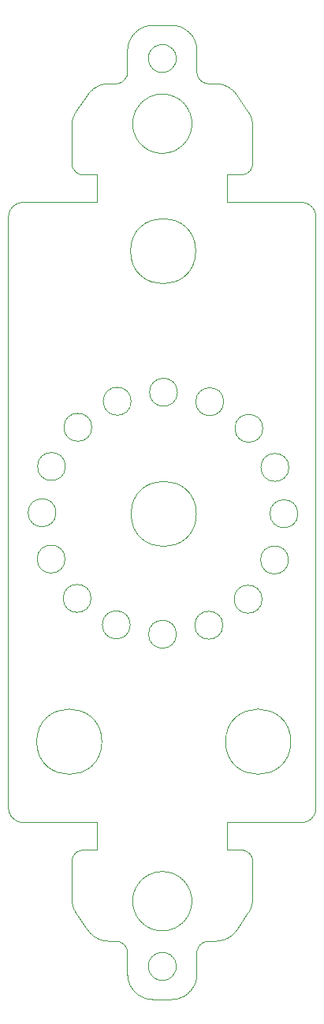
<source format=gbr>
G04 #@! TF.GenerationSoftware,KiCad,Pcbnew,(5.1.5-0-10_14)*
G04 #@! TF.CreationDate,2020-01-23T10:56:36-08:00*
G04 #@! TF.ProjectId,FaceplateBoardNoParts,46616365-706c-4617-9465-426f6172644e,rev?*
G04 #@! TF.SameCoordinates,Original*
G04 #@! TF.FileFunction,Profile,NP*
%FSLAX46Y46*%
G04 Gerber Fmt 4.6, Leading zero omitted, Abs format (unit mm)*
G04 Created by KiCad (PCBNEW (5.1.5-0-10_14)) date 2020-01-23 10:56:36*
%MOMM*%
%LPD*%
G04 APERTURE LIST*
%ADD10C,0.100000*%
%ADD11C,0.050000*%
G04 APERTURE END LIST*
D10*
X161508622Y-134417460D02*
X161508622Y-71031795D01*
X159927453Y-135998630D02*
X160024586Y-135995691D01*
X160024586Y-135995691D02*
X160117069Y-135987372D01*
X160117069Y-135987372D02*
X160204296Y-135974469D01*
X160204296Y-135974469D02*
X160288414Y-135957234D01*
X160288414Y-135957234D02*
X160368507Y-135936290D01*
X160368507Y-135936290D02*
X160445459Y-135911817D01*
X160445459Y-135911817D02*
X160519536Y-135884032D01*
X160519536Y-135884032D02*
X160590438Y-135853329D01*
X160590438Y-135853329D02*
X160658964Y-135819595D01*
X160658964Y-135819595D02*
X160725317Y-135782847D01*
X160725317Y-135782847D02*
X160787431Y-135744521D01*
X160787431Y-135744521D02*
X160847115Y-135703797D01*
X160847115Y-135703797D02*
X160905035Y-135660281D01*
X160905035Y-135660281D02*
X160959958Y-135614989D01*
X160959958Y-135614989D02*
X161012766Y-135567316D01*
X161012766Y-135567316D02*
X161063378Y-135517342D01*
X161063378Y-135517342D02*
X161116027Y-135460254D01*
X161116027Y-135460254D02*
X161162151Y-135405268D01*
X161162151Y-135405268D02*
X161205960Y-135347959D01*
X161205960Y-135347959D02*
X161247172Y-135288639D01*
X161247172Y-135288639D02*
X161286007Y-135226875D01*
X161286007Y-135226875D02*
X161322598Y-135162188D01*
X161322598Y-135162188D02*
X161356576Y-135094842D01*
X161356576Y-135094842D02*
X161387506Y-135025423D01*
X161387506Y-135025423D02*
X161416174Y-134951448D01*
X161416174Y-134951448D02*
X161441272Y-134875439D01*
X161441272Y-134875439D02*
X161463161Y-134795405D01*
X161463161Y-134795405D02*
X161481132Y-134712531D01*
X161481132Y-134712531D02*
X161495116Y-134625016D01*
X161495116Y-134625016D02*
X161504494Y-134532519D01*
X161504494Y-134532519D02*
X161508541Y-134433427D01*
X161508541Y-134433427D02*
X161508622Y-134417460D01*
X151983622Y-135998630D02*
X159927453Y-135998630D01*
X151983622Y-138947847D02*
X151983622Y-135998630D01*
X151983622Y-135998630D02*
X151983622Y-135998630D01*
X153435816Y-138947847D02*
X151983622Y-138947847D01*
X151983622Y-138947847D02*
X151983622Y-138947847D01*
X154717650Y-140229681D02*
X154713986Y-140132073D01*
X154713986Y-140132073D02*
X154703995Y-140041935D01*
X154703995Y-140041935D02*
X154688519Y-139956709D01*
X154688519Y-139956709D02*
X154668205Y-139875913D01*
X154668205Y-139875913D02*
X154643529Y-139799088D01*
X154643529Y-139799088D02*
X154615004Y-139726247D01*
X154615004Y-139726247D02*
X154583107Y-139657385D01*
X154583107Y-139657385D02*
X154547573Y-139591222D01*
X154547573Y-139591222D02*
X154509273Y-139528863D01*
X154509273Y-139528863D02*
X154467009Y-139468150D01*
X154467009Y-139468150D02*
X154422173Y-139410984D01*
X154422173Y-139410984D02*
X154374888Y-139357192D01*
X154374888Y-139357192D02*
X154324707Y-139306125D01*
X154324707Y-139306125D02*
X154272125Y-139258226D01*
X154272125Y-139258226D02*
X154216935Y-139213267D01*
X154216935Y-139213267D02*
X154156482Y-139169471D01*
X154156482Y-139169471D02*
X154095106Y-139130172D01*
X154095106Y-139130172D02*
X154028838Y-139092980D01*
X154028838Y-139092980D02*
X153960665Y-139059878D01*
X153960665Y-139059878D02*
X153889852Y-139030584D01*
X153889852Y-139030584D02*
X153813926Y-139004524D01*
X153813926Y-139004524D02*
X153734004Y-138982710D01*
X153734004Y-138982710D02*
X153649869Y-138965637D01*
X153649869Y-138965637D02*
X153561311Y-138953909D01*
X153561311Y-138953909D02*
X153461418Y-138948094D01*
X153461418Y-138948094D02*
X153435816Y-138947847D01*
X154717650Y-144180151D02*
X154717650Y-140229681D01*
X154232925Y-145735288D02*
X154273241Y-145675207D01*
X154273241Y-145675207D02*
X154312314Y-145613507D01*
X154312314Y-145613507D02*
X154350072Y-145550193D01*
X154350072Y-145550193D02*
X154386055Y-145485980D01*
X154386055Y-145485980D02*
X154420989Y-145419471D01*
X154420989Y-145419471D02*
X154455082Y-145349916D01*
X154455082Y-145349916D02*
X154487163Y-145279493D01*
X154487163Y-145279493D02*
X154517217Y-145208245D01*
X154517217Y-145208245D02*
X154545301Y-145136029D01*
X154545301Y-145136029D02*
X154571972Y-145061172D01*
X154571972Y-145061172D02*
X154596985Y-144983856D01*
X154596985Y-144983856D02*
X154620012Y-144904661D01*
X154620012Y-144904661D02*
X154640647Y-144824791D01*
X154640647Y-144824791D02*
X154660278Y-144737597D01*
X154660278Y-144737597D02*
X154676541Y-144652717D01*
X154676541Y-144652717D02*
X154690302Y-144566085D01*
X154690302Y-144566085D02*
X154701576Y-144476332D01*
X154701576Y-144476332D02*
X154710070Y-144383690D01*
X154710070Y-144383690D02*
X154715514Y-144288199D01*
X154715514Y-144288199D02*
X154717648Y-144182183D01*
X154717648Y-144182183D02*
X154717650Y-144180151D01*
X152976068Y-147555569D02*
X154232925Y-145735288D01*
X154232925Y-145735288D02*
X154232925Y-145735288D01*
X150723794Y-148737430D02*
X150822347Y-148735657D01*
X150822347Y-148735657D02*
X150918409Y-148730512D01*
X150918409Y-148730512D02*
X151012579Y-148722173D01*
X151012579Y-148722173D02*
X151102883Y-148711077D01*
X151102883Y-148711077D02*
X151189962Y-148697471D01*
X151189962Y-148697471D02*
X151275711Y-148681238D01*
X151275711Y-148681238D02*
X151358836Y-148662774D01*
X151358836Y-148662774D02*
X151439329Y-148642274D01*
X151439329Y-148642274D02*
X151522724Y-148618254D01*
X151522724Y-148618254D02*
X151599126Y-148593699D01*
X151599126Y-148593699D02*
X151674094Y-148567168D01*
X151674094Y-148567168D02*
X151748196Y-148538496D01*
X151748196Y-148538496D02*
X151828421Y-148504617D01*
X151828421Y-148504617D02*
X151903160Y-148470293D01*
X151903160Y-148470293D02*
X151973970Y-148435217D01*
X151973970Y-148435217D02*
X152039808Y-148400269D01*
X152039808Y-148400269D02*
X152104681Y-148363539D01*
X152104681Y-148363539D02*
X152167731Y-148325554D01*
X152167731Y-148325554D02*
X152232438Y-148284106D01*
X152232438Y-148284106D02*
X152293111Y-148242853D01*
X152293111Y-148242853D02*
X152352185Y-148200335D01*
X152352185Y-148200335D02*
X152409407Y-148156817D01*
X152409407Y-148156817D02*
X152465524Y-148111754D01*
X152465524Y-148111754D02*
X152522450Y-148063481D01*
X152522450Y-148063481D02*
X152577643Y-148014030D01*
X152577643Y-148014030D02*
X152629482Y-147965041D01*
X152629482Y-147965041D02*
X152680118Y-147914624D01*
X152680118Y-147914624D02*
X152730178Y-147862082D01*
X152730178Y-147862082D02*
X152778933Y-147808108D01*
X152778933Y-147808108D02*
X152831351Y-147746702D01*
X152831351Y-147746702D02*
X152906012Y-147652435D01*
X152906012Y-147652435D02*
X152949578Y-147593245D01*
X152949578Y-147593245D02*
X152976068Y-147555569D01*
X150002262Y-148737430D02*
X150723794Y-148737430D01*
X150723794Y-148737430D02*
X150723794Y-148737430D01*
X148720428Y-150019264D02*
X148724086Y-149921656D01*
X148724086Y-149921656D02*
X148734112Y-149831269D01*
X148734112Y-149831269D02*
X148749552Y-149746292D01*
X148749552Y-149746292D02*
X148769864Y-149665496D01*
X148769864Y-149665496D02*
X148794541Y-149588671D01*
X148794541Y-149588671D02*
X148823068Y-149515830D01*
X148823068Y-149515830D02*
X148854960Y-149446968D01*
X148854960Y-149446968D02*
X148890496Y-149380805D01*
X148890496Y-149380805D02*
X148928928Y-149318244D01*
X148928928Y-149318244D02*
X148970631Y-149258313D01*
X148970631Y-149258313D02*
X149014669Y-149202048D01*
X149014669Y-149202048D02*
X149061876Y-149148184D01*
X149061876Y-149148184D02*
X149112499Y-149096541D01*
X149112499Y-149096541D02*
X149167040Y-149046868D01*
X149167040Y-149046868D02*
X149226483Y-148998753D01*
X149226483Y-148998753D02*
X149284781Y-148956888D01*
X149284781Y-148956888D02*
X149346695Y-148917520D01*
X149346695Y-148917520D02*
X149410951Y-148881666D01*
X149410951Y-148881666D02*
X149479404Y-148848563D01*
X149479404Y-148848563D02*
X149551423Y-148818957D01*
X149551423Y-148818957D02*
X149627678Y-148793025D01*
X149627678Y-148793025D02*
X149706483Y-148771720D01*
X149706483Y-148771720D02*
X149790427Y-148754847D01*
X149790427Y-148754847D02*
X149879794Y-148743202D01*
X149879794Y-148743202D02*
X149976653Y-148737677D01*
X149976653Y-148737677D02*
X150002262Y-148737430D01*
X148720428Y-152265208D02*
X148720428Y-150019264D01*
X148720428Y-150019264D02*
X148720428Y-150019264D01*
X145986400Y-154999236D02*
X146086602Y-154997431D01*
X146086602Y-154997431D02*
X146188614Y-154991868D01*
X146188614Y-154991868D02*
X146282077Y-154983431D01*
X146282077Y-154983431D02*
X146380459Y-154971044D01*
X146380459Y-154971044D02*
X146469314Y-154956719D01*
X146469314Y-154956719D02*
X146555106Y-154940003D01*
X146555106Y-154940003D02*
X146639921Y-154920634D01*
X146639921Y-154920634D02*
X146719648Y-154899791D01*
X146719648Y-154899791D02*
X146797908Y-154876784D01*
X146797908Y-154876784D02*
X146873689Y-154852032D01*
X146873689Y-154852032D02*
X146952882Y-154823496D01*
X146952882Y-154823496D02*
X147026590Y-154794402D01*
X147026590Y-154794402D02*
X147099231Y-154763250D01*
X147099231Y-154763250D02*
X147168907Y-154730976D01*
X147168907Y-154730976D02*
X147237508Y-154696820D01*
X147237508Y-154696820D02*
X147303192Y-154661814D01*
X147303192Y-154661814D02*
X147367348Y-154625346D01*
X147367348Y-154625346D02*
X147433036Y-154585582D01*
X147433036Y-154585582D02*
X147494069Y-154546315D01*
X147494069Y-154546315D02*
X147554820Y-154504899D01*
X147554820Y-154504899D02*
X147621387Y-154456694D01*
X147621387Y-154456694D02*
X147682807Y-154409427D01*
X147682807Y-154409427D02*
X147740479Y-154362454D01*
X147740479Y-154362454D02*
X147794910Y-154315658D01*
X147794910Y-154315658D02*
X147855579Y-154260476D01*
X147855579Y-154260476D02*
X147908746Y-154209296D01*
X147908746Y-154209296D02*
X147964768Y-154152264D01*
X147964768Y-154152264D02*
X148013618Y-154099706D01*
X148013618Y-154099706D02*
X148066429Y-154039649D01*
X148066429Y-154039649D02*
X148118780Y-153976456D01*
X148118780Y-153976456D02*
X148163044Y-153919868D01*
X148163044Y-153919868D02*
X148211834Y-153853756D01*
X148211834Y-153853756D02*
X148257518Y-153787854D01*
X148257518Y-153787854D02*
X148297725Y-153726226D01*
X148297725Y-153726226D02*
X148341044Y-153655488D01*
X148341044Y-153655488D02*
X148382008Y-153583809D01*
X148382008Y-153583809D02*
X148417062Y-153518155D01*
X148417062Y-153518155D02*
X148450370Y-153451453D01*
X148450370Y-153451453D02*
X148482745Y-153381833D01*
X148482745Y-153381833D02*
X148515594Y-153305398D01*
X148515594Y-153305398D02*
X148544134Y-153233154D01*
X148544134Y-153233154D02*
X148571009Y-153158933D01*
X148571009Y-153158933D02*
X148595943Y-153083235D01*
X148595943Y-153083235D02*
X148619282Y-153004549D01*
X148619282Y-153004549D02*
X148640305Y-152924895D01*
X148640305Y-152924895D02*
X148659420Y-152842233D01*
X148659420Y-152842233D02*
X148676682Y-152754956D01*
X148676682Y-152754956D02*
X148690915Y-152668302D01*
X148690915Y-152668302D02*
X148702962Y-152575926D01*
X148702962Y-152575926D02*
X148711864Y-152483152D01*
X148711864Y-152483152D02*
X148717746Y-152387315D01*
X148717746Y-152387315D02*
X148720329Y-152288407D01*
X148720329Y-152288407D02*
X148720428Y-152265208D01*
X144998627Y-154999236D02*
X145986400Y-154999236D01*
X145986400Y-154999236D02*
X145986400Y-154999236D01*
X144010853Y-154999236D02*
X144998627Y-154999236D01*
X144998627Y-154999236D02*
X144998627Y-154999236D01*
X141276825Y-152265208D02*
X141278625Y-152365410D01*
X141278625Y-152365410D02*
X141283718Y-152460906D01*
X141283718Y-152460906D02*
X141292394Y-152558734D01*
X141292394Y-152558734D02*
X141303496Y-152648626D01*
X141303496Y-152648626D02*
X141317117Y-152735486D01*
X141317117Y-152735486D02*
X141333332Y-152820898D01*
X141333332Y-152820898D02*
X141352421Y-152906379D01*
X141352421Y-152906379D02*
X141372903Y-152986251D01*
X141372903Y-152986251D02*
X141395713Y-153065165D01*
X141395713Y-153065165D02*
X141420138Y-153141095D01*
X141420138Y-153141095D02*
X141446696Y-153216039D01*
X141446696Y-153216039D02*
X141475355Y-153289968D01*
X141475355Y-153289968D02*
X141505243Y-153360934D01*
X141505243Y-153360934D02*
X141537052Y-153430864D01*
X141537052Y-153430864D02*
X141571690Y-153501576D01*
X141571690Y-153501576D02*
X141608285Y-153571127D01*
X141608285Y-153571127D02*
X141644725Y-153635910D01*
X141644725Y-153635910D02*
X141682860Y-153699591D01*
X141682860Y-153699591D02*
X141723506Y-153763427D01*
X141723506Y-153763427D02*
X141765266Y-153825202D01*
X141765266Y-153825202D02*
X141809562Y-153887002D01*
X141809562Y-153887002D02*
X141853306Y-153944669D01*
X141853306Y-153944669D02*
X141900488Y-154003510D01*
X141900488Y-154003510D02*
X141946544Y-154057906D01*
X141946544Y-154057906D02*
X141997445Y-154114853D01*
X141997445Y-154114853D02*
X142046327Y-154166673D01*
X142046327Y-154166673D02*
X142097265Y-154217924D01*
X142097265Y-154217924D02*
X142150658Y-154268867D01*
X142150658Y-154268867D02*
X142203486Y-154316676D01*
X142203486Y-154316676D02*
X142259912Y-154365087D01*
X142259912Y-154365087D02*
X142317251Y-154411656D01*
X142317251Y-154411656D02*
X142374214Y-154455463D01*
X142374214Y-154455463D02*
X142432343Y-154497793D01*
X142432343Y-154497793D02*
X142495036Y-154540905D01*
X142495036Y-154540905D02*
X142557226Y-154581204D01*
X142557226Y-154581204D02*
X142620564Y-154619852D01*
X142620564Y-154619852D02*
X142685015Y-154656814D01*
X142685015Y-154656814D02*
X142753761Y-154693730D01*
X142753761Y-154693730D02*
X142820868Y-154727374D01*
X142820868Y-154727374D02*
X142894219Y-154761553D01*
X142894219Y-154761553D02*
X142966804Y-154792813D01*
X142966804Y-154792813D02*
X143040458Y-154822018D01*
X143040458Y-154822018D02*
X143114642Y-154848960D01*
X143114642Y-154848960D02*
X143190813Y-154874122D01*
X143190813Y-154874122D02*
X143270994Y-154897948D01*
X143270994Y-154897948D02*
X143355267Y-154920128D01*
X143355267Y-154920128D02*
X143437978Y-154939118D01*
X143437978Y-154939118D02*
X143521622Y-154955586D01*
X143521622Y-154955586D02*
X143608281Y-154969802D01*
X143608281Y-154969802D02*
X143700126Y-154981770D01*
X143700126Y-154981770D02*
X143795069Y-154990842D01*
X143795069Y-154990842D02*
X143895307Y-154996835D01*
X143895307Y-154996835D02*
X143996482Y-154999197D01*
X143996482Y-154999197D02*
X144010853Y-154999236D01*
X141276825Y-150019264D02*
X141276825Y-152265208D01*
X141276825Y-152265208D02*
X141276825Y-152265208D01*
X139994991Y-148737430D02*
X140092593Y-148741088D01*
X140092593Y-148741088D02*
X140183227Y-148751151D01*
X140183227Y-148751151D02*
X140269416Y-148766872D01*
X140269416Y-148766872D02*
X140350884Y-148787479D01*
X140350884Y-148787479D02*
X140429269Y-148812867D01*
X140429269Y-148812867D02*
X140502003Y-148841609D01*
X140502003Y-148841609D02*
X140570314Y-148873485D01*
X140570314Y-148873485D02*
X140636583Y-148909311D01*
X140636583Y-148909311D02*
X140699228Y-148948048D01*
X140699228Y-148948048D02*
X140758447Y-148989496D01*
X140758447Y-148989496D02*
X140815529Y-149034438D01*
X140815529Y-149034438D02*
X140870286Y-149082808D01*
X140870286Y-149082808D02*
X140920870Y-149132793D01*
X140920870Y-149132793D02*
X140968633Y-149185501D01*
X140968633Y-149185501D02*
X141014325Y-149241954D01*
X141014325Y-149241954D02*
X141056279Y-149300186D01*
X141056279Y-149300186D02*
X141095856Y-149362244D01*
X141095856Y-149362244D02*
X141134142Y-149430965D01*
X141134142Y-149430965D02*
X141166872Y-149499076D01*
X141166872Y-149499076D02*
X141197174Y-149573472D01*
X141197174Y-149573472D02*
X141222509Y-149648925D01*
X141222509Y-149648925D02*
X141243773Y-149728810D01*
X141243773Y-149728810D02*
X141260333Y-149813127D01*
X141260333Y-149813127D02*
X141271609Y-149902871D01*
X141271609Y-149902871D02*
X141276650Y-149998042D01*
X141276650Y-149998042D02*
X141276825Y-150019264D01*
X139273459Y-148737430D02*
X139994991Y-148737430D01*
X139994991Y-148737430D02*
X139994991Y-148737430D01*
X137021185Y-147555569D02*
X137063448Y-147615071D01*
X137063448Y-147615071D02*
X137107142Y-147673245D01*
X137107142Y-147673245D02*
X137153877Y-147732093D01*
X137153877Y-147732093D02*
X137199522Y-147786517D01*
X137199522Y-147786517D02*
X137247318Y-147840568D01*
X137247318Y-147840568D02*
X137298651Y-147895558D01*
X137298651Y-147895558D02*
X137349981Y-147947638D01*
X137349981Y-147947638D02*
X137403525Y-147999111D01*
X137403525Y-147999111D02*
X137459314Y-148049880D01*
X137459314Y-148049880D02*
X137517868Y-148100250D01*
X137517868Y-148100250D02*
X137573705Y-148145694D01*
X137573705Y-148145694D02*
X137634760Y-148192677D01*
X137634760Y-148192677D02*
X137692861Y-148234922D01*
X137692861Y-148234922D02*
X137754133Y-148277020D01*
X137754133Y-148277020D02*
X137814856Y-148316389D01*
X137814856Y-148316389D02*
X137877121Y-148354448D01*
X137877121Y-148354448D02*
X137942033Y-148391759D01*
X137942033Y-148391759D02*
X138007366Y-148426983D01*
X138007366Y-148426983D02*
X138075929Y-148461542D01*
X138075929Y-148461542D02*
X138144572Y-148493777D01*
X138144572Y-148493777D02*
X138214992Y-148524481D01*
X138214992Y-148524481D02*
X138287183Y-148553561D01*
X138287183Y-148553561D02*
X138361738Y-148581130D01*
X138361738Y-148581130D02*
X138437135Y-148606547D01*
X138437135Y-148606547D02*
X138513946Y-148629966D01*
X138513946Y-148629966D02*
X138594638Y-148651949D01*
X138594638Y-148651949D02*
X138675473Y-148671342D01*
X138675473Y-148671342D02*
X138761460Y-148689150D01*
X138761460Y-148689150D02*
X138848178Y-148704219D01*
X138848178Y-148704219D02*
X138938467Y-148716878D01*
X138938467Y-148716878D02*
X139033948Y-148726946D01*
X139033948Y-148726946D02*
X139129410Y-148733642D01*
X139129410Y-148733642D02*
X139227401Y-148737041D01*
X139227401Y-148737041D02*
X139273459Y-148737430D01*
X135764328Y-145735288D02*
X137021185Y-147555569D01*
X137021185Y-147555569D02*
X137021185Y-147555569D01*
X135279603Y-144180151D02*
X135281366Y-144278466D01*
X135281366Y-144278466D02*
X135287057Y-144382075D01*
X135287057Y-144382075D02*
X135296022Y-144479546D01*
X135296022Y-144479546D02*
X135307861Y-144572475D01*
X135307861Y-144572475D02*
X135322140Y-144660854D01*
X135322140Y-144660854D02*
X135338786Y-144746269D01*
X135338786Y-144746269D02*
X135357358Y-144827920D01*
X135357358Y-144827920D02*
X135378462Y-144909122D01*
X135378462Y-144909122D02*
X135401446Y-144987701D01*
X135401446Y-144987701D02*
X135426311Y-145064218D01*
X135426311Y-145064218D02*
X135452857Y-145138481D01*
X135452857Y-145138481D02*
X135481239Y-145211230D01*
X135481239Y-145211230D02*
X135511379Y-145282445D01*
X135511379Y-145282445D02*
X135543544Y-145352832D01*
X135543544Y-145352832D02*
X135577353Y-145421631D01*
X135577353Y-145421631D02*
X135612346Y-145488111D01*
X135612346Y-145488111D02*
X135648798Y-145552995D01*
X135648798Y-145552995D02*
X135688335Y-145619029D01*
X135688335Y-145619029D02*
X135727559Y-145680646D01*
X135727559Y-145680646D02*
X135764328Y-145735288D01*
X135279603Y-140229681D02*
X135279603Y-144180151D01*
X136561437Y-138947847D02*
X136463829Y-138951505D01*
X136463829Y-138951505D02*
X136373442Y-138961531D01*
X136373442Y-138961531D02*
X136288465Y-138976971D01*
X136288465Y-138976971D02*
X136207669Y-138997283D01*
X136207669Y-138997283D02*
X136130844Y-139021960D01*
X136130844Y-139021960D02*
X136058003Y-139050487D01*
X136058003Y-139050487D02*
X135989141Y-139082379D01*
X135989141Y-139082379D02*
X135922978Y-139117915D01*
X135922978Y-139117915D02*
X135860417Y-139156347D01*
X135860417Y-139156347D02*
X135800486Y-139198050D01*
X135800486Y-139198050D02*
X135744221Y-139242088D01*
X135744221Y-139242088D02*
X135690357Y-139289295D01*
X135690357Y-139289295D02*
X135638714Y-139339918D01*
X135638714Y-139339918D02*
X135589041Y-139394459D01*
X135589041Y-139394459D02*
X135540926Y-139453902D01*
X135540926Y-139453902D02*
X135499061Y-139512200D01*
X135499061Y-139512200D02*
X135459693Y-139574114D01*
X135459693Y-139574114D02*
X135423839Y-139638370D01*
X135423839Y-139638370D02*
X135390736Y-139706823D01*
X135390736Y-139706823D02*
X135361130Y-139778842D01*
X135361130Y-139778842D02*
X135335198Y-139855097D01*
X135335198Y-139855097D02*
X135313893Y-139933902D01*
X135313893Y-139933902D02*
X135297020Y-140017846D01*
X135297020Y-140017846D02*
X135285375Y-140107213D01*
X135285375Y-140107213D02*
X135279850Y-140204072D01*
X135279850Y-140204072D02*
X135279603Y-140229681D01*
X138013631Y-138947847D02*
X136561437Y-138947847D01*
X136561437Y-138947847D02*
X136561437Y-138947847D01*
X138013631Y-135998630D02*
X138013631Y-138947847D01*
X138013631Y-138947847D02*
X138013631Y-138947847D01*
X130069800Y-135998630D02*
X138013631Y-135998630D01*
X128488631Y-134417460D02*
X128491562Y-134514593D01*
X128491562Y-134514593D02*
X128499881Y-134607076D01*
X128499881Y-134607076D02*
X128513107Y-134696131D01*
X128513107Y-134696131D02*
X128530366Y-134779916D01*
X128530366Y-134779916D02*
X128552327Y-134863190D01*
X128552327Y-134863190D02*
X128576829Y-134939470D01*
X128576829Y-134939470D02*
X128604465Y-135012616D01*
X128604465Y-135012616D02*
X128635056Y-135082895D01*
X128635056Y-135082895D02*
X128668768Y-135151092D01*
X128668768Y-135151092D02*
X128705459Y-135217127D01*
X128705459Y-135217127D02*
X128744844Y-135280681D01*
X128744844Y-135280681D02*
X128785535Y-135340019D01*
X128785535Y-135340019D02*
X128829179Y-135397839D01*
X128829179Y-135397839D02*
X128874591Y-135452658D01*
X128874591Y-135452658D02*
X128922382Y-135505358D01*
X128922382Y-135505358D02*
X128972896Y-135556270D01*
X128972896Y-135556270D02*
X129025662Y-135604860D01*
X129025662Y-135604860D02*
X129080133Y-135650673D01*
X129080133Y-135650673D02*
X129138092Y-135695093D01*
X129138092Y-135695093D02*
X129197124Y-135736195D01*
X129197124Y-135736195D02*
X129259096Y-135775252D01*
X129259096Y-135775252D02*
X129322957Y-135811477D01*
X129322957Y-135811477D02*
X129390245Y-135845553D01*
X129390245Y-135845553D02*
X129459887Y-135876703D01*
X129459887Y-135876703D02*
X129534097Y-135905568D01*
X129534097Y-135905568D02*
X129610650Y-135930929D01*
X129610650Y-135930929D02*
X129689468Y-135952584D01*
X129689468Y-135952584D02*
X129773511Y-135970911D01*
X129773511Y-135970911D02*
X129860074Y-135984837D01*
X129860074Y-135984837D02*
X129951907Y-135994298D01*
X129951907Y-135994298D02*
X130048724Y-135998491D01*
X130048724Y-135998491D02*
X130069800Y-135998630D01*
X128488631Y-71031795D02*
X128488631Y-134417460D01*
X130069800Y-69450625D02*
X129967623Y-69453870D01*
X129967623Y-69453870D02*
X129875219Y-69462475D01*
X129875219Y-69462475D02*
X129788080Y-69475644D01*
X129788080Y-69475644D02*
X129704352Y-69493063D01*
X129704352Y-69493063D02*
X129624644Y-69514150D01*
X129624644Y-69514150D02*
X129547782Y-69538823D01*
X129547782Y-69538823D02*
X129474918Y-69566345D01*
X129474918Y-69566345D02*
X129404902Y-69596798D01*
X129404902Y-69596798D02*
X129336689Y-69630484D01*
X129336689Y-69630484D02*
X129271411Y-69666699D01*
X129271411Y-69666699D02*
X129208314Y-69705699D01*
X129208314Y-69705699D02*
X129147713Y-69747182D01*
X129147713Y-69747182D02*
X129083375Y-69795976D01*
X129083375Y-69795976D02*
X129018558Y-69850676D01*
X129018558Y-69850676D02*
X128965874Y-69899786D01*
X128965874Y-69899786D02*
X128915875Y-69950789D01*
X128915875Y-69950789D02*
X128868397Y-70003776D01*
X128868397Y-70003776D02*
X128823309Y-70058872D01*
X128823309Y-70058872D02*
X128780005Y-70116960D01*
X128780005Y-70116960D02*
X128738694Y-70178057D01*
X128738694Y-70178057D02*
X128700203Y-70241138D01*
X128700203Y-70241138D02*
X128664346Y-70306643D01*
X128664346Y-70306643D02*
X128631537Y-70373981D01*
X128631537Y-70373981D02*
X128600526Y-70446415D01*
X128600526Y-70446415D02*
X128573365Y-70519790D01*
X128573365Y-70519790D02*
X128548946Y-70597758D01*
X128548946Y-70597758D02*
X128527747Y-70680687D01*
X128527747Y-70680687D02*
X128511092Y-70764692D01*
X128511092Y-70764692D02*
X128498518Y-70853957D01*
X128498518Y-70853957D02*
X128490882Y-70946638D01*
X128490882Y-70946638D02*
X128488631Y-71031795D01*
X138013631Y-69450625D02*
X130069800Y-69450625D01*
X150723794Y-56711825D02*
X150002262Y-56711825D01*
X150002262Y-56711825D02*
X150002262Y-56711825D01*
X152976068Y-57893686D02*
X152933799Y-57834177D01*
X152933799Y-57834177D02*
X152890104Y-57776003D01*
X152890104Y-57776003D02*
X152844606Y-57718672D01*
X152844606Y-57718672D02*
X152798996Y-57664211D01*
X152798996Y-57664211D02*
X152749924Y-57608677D01*
X152749924Y-57608677D02*
X152699713Y-57554856D01*
X152699713Y-57554856D02*
X152649792Y-57504108D01*
X152649792Y-57504108D02*
X152598899Y-57454991D01*
X152598899Y-57454991D02*
X152545639Y-57406214D01*
X152545639Y-57406214D02*
X152487262Y-57355611D01*
X152487262Y-57355611D02*
X152431586Y-57309950D01*
X152431586Y-57309950D02*
X152374795Y-57265823D01*
X152374795Y-57265823D02*
X152316661Y-57223055D01*
X152316661Y-57223055D02*
X152254285Y-57179721D01*
X152254285Y-57179721D02*
X152191587Y-57138676D01*
X152191587Y-57138676D02*
X152128371Y-57099710D01*
X152128371Y-57099710D02*
X152064147Y-57062485D01*
X152064147Y-57062485D02*
X151998949Y-57027020D01*
X151998949Y-57027020D02*
X151930516Y-56992203D01*
X151930516Y-56992203D02*
X151861995Y-56959711D01*
X151861995Y-56959711D02*
X151791398Y-56928621D01*
X151791398Y-56928621D02*
X151716930Y-56898351D01*
X151716930Y-56898351D02*
X151642456Y-56870581D01*
X151642456Y-56870581D02*
X151567441Y-56845064D01*
X151567441Y-56845064D02*
X151489472Y-56821072D01*
X151489472Y-56821072D02*
X151409467Y-56799064D01*
X151409467Y-56799064D02*
X151326807Y-56779036D01*
X151326807Y-56779036D02*
X151243402Y-56761558D01*
X151243402Y-56761558D02*
X151156746Y-56746245D01*
X151156746Y-56746245D02*
X151066840Y-56733376D01*
X151066840Y-56733376D02*
X150976285Y-56723473D01*
X150976285Y-56723473D02*
X150877309Y-56716120D01*
X150877309Y-56716120D02*
X150780358Y-56712404D01*
X150780358Y-56712404D02*
X150723794Y-56711825D01*
X138013631Y-66501408D02*
X138013631Y-69450625D01*
X138013631Y-69450625D02*
X138013631Y-69450625D01*
X136561437Y-66501408D02*
X138013631Y-66501408D01*
X138013631Y-66501408D02*
X138013631Y-66501408D01*
X135279603Y-65219574D02*
X135283261Y-65317176D01*
X135283261Y-65317176D02*
X135293324Y-65407810D01*
X135293324Y-65407810D02*
X135309045Y-65493999D01*
X135309045Y-65493999D02*
X135329652Y-65575467D01*
X135329652Y-65575467D02*
X135355040Y-65653852D01*
X135355040Y-65653852D02*
X135383782Y-65726586D01*
X135383782Y-65726586D02*
X135415658Y-65794897D01*
X135415658Y-65794897D02*
X135451484Y-65861166D01*
X135451484Y-65861166D02*
X135490221Y-65923811D01*
X135490221Y-65923811D02*
X135531669Y-65983030D01*
X135531669Y-65983030D02*
X135576611Y-66040112D01*
X135576611Y-66040112D02*
X135624981Y-66094869D01*
X135624981Y-66094869D02*
X135674966Y-66145453D01*
X135674966Y-66145453D02*
X135727674Y-66193216D01*
X135727674Y-66193216D02*
X135784127Y-66238908D01*
X135784127Y-66238908D02*
X135842359Y-66280862D01*
X135842359Y-66280862D02*
X135904417Y-66320439D01*
X135904417Y-66320439D02*
X135973138Y-66358725D01*
X135973138Y-66358725D02*
X136041249Y-66391455D01*
X136041249Y-66391455D02*
X136115645Y-66421757D01*
X136115645Y-66421757D02*
X136191098Y-66447092D01*
X136191098Y-66447092D02*
X136270983Y-66468356D01*
X136270983Y-66468356D02*
X136355300Y-66484916D01*
X136355300Y-66484916D02*
X136445044Y-66496192D01*
X136445044Y-66496192D02*
X136540215Y-66501233D01*
X136540215Y-66501233D02*
X136561437Y-66501408D01*
X135279603Y-61269104D02*
X135279603Y-65219574D01*
X135764328Y-59713967D02*
X135723559Y-59774721D01*
X135723559Y-59774721D02*
X135684082Y-59837121D01*
X135684082Y-59837121D02*
X135646567Y-59900106D01*
X135646567Y-59900106D02*
X135609647Y-59966109D01*
X135609647Y-59966109D02*
X135574795Y-60032658D01*
X135574795Y-60032658D02*
X135541130Y-60101519D01*
X135541130Y-60101519D02*
X135508789Y-60172707D01*
X135508789Y-60172707D02*
X135478969Y-60243613D01*
X135478969Y-60243613D02*
X135450890Y-60316045D01*
X135450890Y-60316045D02*
X135422694Y-60395697D01*
X135422694Y-60395697D02*
X135398145Y-60472317D01*
X135398145Y-60472317D02*
X135375222Y-60551961D01*
X135375222Y-60551961D02*
X135354527Y-60633065D01*
X135354527Y-60633065D02*
X135335661Y-60717961D01*
X135335661Y-60717961D02*
X135319699Y-60802287D01*
X135319699Y-60802287D02*
X135306040Y-60889558D01*
X135306040Y-60889558D02*
X135294978Y-60979346D01*
X135294978Y-60979346D02*
X135286414Y-61076059D01*
X135286414Y-61076059D02*
X135281251Y-61174026D01*
X135281251Y-61174026D02*
X135279603Y-61269104D01*
X137021185Y-57893686D02*
X135764328Y-59713967D01*
X135764328Y-59713967D02*
X135764328Y-59713967D01*
X139273459Y-56711825D02*
X139174899Y-56713592D01*
X139174899Y-56713592D02*
X139078184Y-56718781D01*
X139078184Y-56718781D02*
X138984666Y-56727075D01*
X138984666Y-56727075D02*
X138894362Y-56738170D01*
X138894362Y-56738170D02*
X138807283Y-56751774D01*
X138807283Y-56751774D02*
X138718371Y-56768659D01*
X138718371Y-56768659D02*
X138635277Y-56787223D01*
X138635277Y-56787223D02*
X138554812Y-56807816D01*
X138554812Y-56807816D02*
X138473906Y-56831181D01*
X138473906Y-56831181D02*
X138395686Y-56856369D01*
X138395686Y-56856369D02*
X138306040Y-56888479D01*
X138306040Y-56888479D02*
X138232440Y-56917517D01*
X138232440Y-56917517D02*
X138161800Y-56947739D01*
X138161800Y-56947739D02*
X138089756Y-56981024D01*
X138089756Y-56981024D02*
X138021000Y-57015202D01*
X138021000Y-57015202D02*
X137955473Y-57050055D01*
X137955473Y-57050055D02*
X137890906Y-57086676D01*
X137890906Y-57086676D02*
X137827338Y-57125044D01*
X137827338Y-57125044D02*
X137764806Y-57165140D01*
X137764806Y-57165140D02*
X137704135Y-57206393D01*
X137704135Y-57206393D02*
X137645058Y-57248909D01*
X137645058Y-57248909D02*
X137587840Y-57292432D01*
X137587840Y-57292432D02*
X137532216Y-57337082D01*
X137532216Y-57337082D02*
X137476740Y-57384074D01*
X137476740Y-57384074D02*
X137419600Y-57435214D01*
X137419600Y-57435214D02*
X137366602Y-57485328D01*
X137366602Y-57485328D02*
X137315316Y-57536473D01*
X137315316Y-57536473D02*
X137265303Y-57589065D01*
X137265303Y-57589065D02*
X137216595Y-57643093D01*
X137216595Y-57643093D02*
X137167559Y-57700538D01*
X137167559Y-57700538D02*
X137121614Y-57757426D01*
X137121614Y-57757426D02*
X137077072Y-57815690D01*
X137077072Y-57815690D02*
X137033977Y-57875316D01*
X137033977Y-57875316D02*
X137021185Y-57893686D01*
X139994991Y-56711825D02*
X139273459Y-56711825D01*
X139273459Y-56711825D02*
X139273459Y-56711825D01*
X141276825Y-55429991D02*
X141273161Y-55527593D01*
X141273161Y-55527593D02*
X141262802Y-55620219D01*
X141262802Y-55620219D02*
X141247162Y-55705389D01*
X141247162Y-55705389D02*
X141226696Y-55786122D01*
X141226696Y-55786122D02*
X141202044Y-55862423D01*
X141202044Y-55862423D02*
X141173699Y-55934538D01*
X141173699Y-55934538D02*
X141141630Y-56003579D01*
X141141630Y-56003579D02*
X141106263Y-56069280D01*
X141106263Y-56069280D02*
X141068052Y-56131405D01*
X141068052Y-56131405D02*
X141026184Y-56191514D01*
X141026184Y-56191514D02*
X140981963Y-56247940D01*
X140981963Y-56247940D02*
X140934389Y-56302122D01*
X140934389Y-56302122D02*
X140884055Y-56353373D01*
X140884055Y-56353373D02*
X140827286Y-56404883D01*
X140827286Y-56404883D02*
X140771909Y-56449618D01*
X140771909Y-56449618D02*
X140712467Y-56492362D01*
X140712467Y-56492362D02*
X140648886Y-56532713D01*
X140648886Y-56532713D02*
X140581126Y-56570256D01*
X140581126Y-56570256D02*
X140512721Y-56602958D01*
X140512721Y-56602958D02*
X140440317Y-56632345D01*
X140440317Y-56632345D02*
X140363905Y-56657935D01*
X140363905Y-56657935D02*
X140283985Y-56679109D01*
X140283985Y-56679109D02*
X140199134Y-56695653D01*
X140199134Y-56695653D02*
X140108336Y-56706879D01*
X140108336Y-56706879D02*
X140012847Y-56711700D01*
X140012847Y-56711700D02*
X139994991Y-56711825D01*
X141276825Y-53184047D02*
X141276825Y-55429991D01*
X141276825Y-55429991D02*
X141276825Y-55429991D01*
X144010853Y-50450019D02*
X143910644Y-50451819D01*
X143910644Y-50451819D02*
X143814603Y-50456951D01*
X143814603Y-50456951D02*
X143721621Y-50465133D01*
X143721621Y-50465133D02*
X143631685Y-50476095D01*
X143631685Y-50476095D02*
X143544781Y-50489583D01*
X143544781Y-50489583D02*
X143458805Y-50505777D01*
X143458805Y-50505777D02*
X143375855Y-50524137D01*
X143375855Y-50524137D02*
X143294382Y-50544853D01*
X143294382Y-50544853D02*
X143214909Y-50567682D01*
X143214909Y-50567682D02*
X143134957Y-50593332D01*
X143134957Y-50593332D02*
X143060011Y-50619890D01*
X143060011Y-50619890D02*
X142986086Y-50648549D01*
X142986086Y-50648549D02*
X142915120Y-50678437D01*
X142915120Y-50678437D02*
X142843311Y-50711132D01*
X142843311Y-50711132D02*
X142772630Y-50745822D01*
X142772630Y-50745822D02*
X142704925Y-50781479D01*
X142704925Y-50781479D02*
X142640139Y-50817919D01*
X142640139Y-50817919D02*
X142576459Y-50856054D01*
X142576459Y-50856054D02*
X142513916Y-50895854D01*
X142513916Y-50895854D02*
X142445791Y-50941989D01*
X142445791Y-50941989D02*
X142387398Y-50983976D01*
X142387398Y-50983976D02*
X142330166Y-51027448D01*
X142330166Y-51027448D02*
X142272545Y-51073682D01*
X142272545Y-51073682D02*
X142217758Y-51120074D01*
X142217758Y-51120074D02*
X142164221Y-51167866D01*
X142164221Y-51167866D02*
X142111960Y-51217029D01*
X142111960Y-51217029D02*
X142061001Y-51267533D01*
X142061001Y-51267533D02*
X142011375Y-51319351D01*
X142011375Y-51319351D02*
X141963110Y-51372454D01*
X141963110Y-51372454D02*
X141916234Y-51426814D01*
X141916234Y-51426814D02*
X141870774Y-51482405D01*
X141870774Y-51482405D02*
X141826758Y-51539197D01*
X141826758Y-51539197D02*
X141784216Y-51597162D01*
X141784216Y-51597162D02*
X141739728Y-51661393D01*
X141739728Y-51661393D02*
X141700069Y-51722148D01*
X141700069Y-51722148D02*
X141661467Y-51784894D01*
X141661467Y-51784894D02*
X141624521Y-51848740D01*
X141624521Y-51848740D02*
X141589021Y-51914118D01*
X141589021Y-51914118D02*
X141555037Y-51981021D01*
X141555037Y-51981021D02*
X141521339Y-52052271D01*
X141521339Y-52052271D02*
X141490462Y-52122712D01*
X141490462Y-52122712D02*
X141461520Y-52194167D01*
X141461520Y-52194167D02*
X141433851Y-52268580D01*
X141433851Y-52268580D02*
X141408300Y-52343997D01*
X141408300Y-52343997D02*
X141384313Y-52422402D01*
X141384313Y-52422402D02*
X141362238Y-52503324D01*
X141362238Y-52503324D02*
X141342832Y-52584187D01*
X141342832Y-52584187D02*
X141325141Y-52669627D01*
X141325141Y-52669627D02*
X141310130Y-52756017D01*
X141310130Y-52756017D02*
X141297582Y-52845452D01*
X141297582Y-52845452D02*
X141287556Y-52940114D01*
X141287556Y-52940114D02*
X141280778Y-53035707D01*
X141280778Y-53035707D02*
X141277225Y-53136584D01*
X141277225Y-53136584D02*
X141276825Y-53184047D01*
X144998627Y-50450019D02*
X144010853Y-50450019D01*
X144010853Y-50450019D02*
X144010853Y-50450019D01*
X145986400Y-50450019D02*
X144998627Y-50450019D01*
X144998627Y-50450019D02*
X144998627Y-50450019D01*
X148720428Y-53184047D02*
X148718623Y-53083838D01*
X148718623Y-53083838D02*
X148713490Y-52987797D01*
X148713490Y-52987797D02*
X148704852Y-52890513D01*
X148704852Y-52890513D02*
X148693451Y-52798490D01*
X148693451Y-52798490D02*
X148679764Y-52711653D01*
X148679764Y-52711653D02*
X148663376Y-52625745D01*
X148663376Y-52625745D02*
X148644328Y-52540806D01*
X148644328Y-52540806D02*
X148623785Y-52460957D01*
X148623785Y-52460957D02*
X148600919Y-52382070D01*
X148600919Y-52382070D02*
X148576437Y-52306167D01*
X148576437Y-52306167D02*
X148548363Y-52227331D01*
X148548363Y-52227331D02*
X148518754Y-52151559D01*
X148518754Y-52151559D02*
X148487817Y-52078800D01*
X148487817Y-52078800D02*
X148455747Y-52009012D01*
X148455747Y-52009012D02*
X148420851Y-51938451D01*
X148420851Y-51938451D02*
X148385989Y-51872679D01*
X148385989Y-51872679D02*
X148349404Y-51807984D01*
X148349404Y-51807984D02*
X148311128Y-51744398D01*
X148311128Y-51744398D02*
X148270343Y-51680661D01*
X148270343Y-51680661D02*
X148229627Y-51620671D01*
X148229627Y-51620671D02*
X148187682Y-51562244D01*
X148187682Y-51562244D02*
X148142989Y-51503360D01*
X148142989Y-51503360D02*
X148096760Y-51445739D01*
X148096760Y-51445739D02*
X148049354Y-51389791D01*
X148049354Y-51389791D02*
X148001533Y-51336282D01*
X148001533Y-51336282D02*
X147951985Y-51283678D01*
X147951985Y-51283678D02*
X147898516Y-51229889D01*
X147898516Y-51229889D02*
X147846586Y-51180378D01*
X147846586Y-51180378D02*
X147793372Y-51132231D01*
X147793372Y-51132231D02*
X147737725Y-51084489D01*
X147737725Y-51084489D02*
X147679991Y-51037591D01*
X147679991Y-51037591D02*
X147623033Y-50993786D01*
X147623033Y-50993786D02*
X147564901Y-50951454D01*
X147564901Y-50951454D02*
X147503920Y-50909485D01*
X147503920Y-50909485D02*
X147440016Y-50868040D01*
X147440016Y-50868040D02*
X147376680Y-50829394D01*
X147376680Y-50829394D02*
X147312228Y-50792432D01*
X147312228Y-50792432D02*
X147244859Y-50756231D01*
X147244859Y-50756231D02*
X147176376Y-50721873D01*
X147176376Y-50721873D02*
X147103499Y-50687906D01*
X147103499Y-50687906D02*
X147030439Y-50656435D01*
X147030439Y-50656435D02*
X146956787Y-50627230D01*
X146956787Y-50627230D02*
X146882104Y-50600113D01*
X146882104Y-50600113D02*
X146806432Y-50575127D01*
X146806432Y-50575127D02*
X146723711Y-50550588D01*
X146723711Y-50550588D02*
X146641976Y-50529118D01*
X146641976Y-50529118D02*
X146559266Y-50510130D01*
X146559266Y-50510130D02*
X146471418Y-50492907D01*
X146471418Y-50492907D02*
X146384712Y-50478822D01*
X146384712Y-50478822D02*
X146294970Y-50467236D01*
X146294970Y-50467236D02*
X146202176Y-50458407D01*
X146202176Y-50458407D02*
X146101939Y-50452414D01*
X146101939Y-50452414D02*
X146002974Y-50450066D01*
X146002974Y-50450066D02*
X145986400Y-50450019D01*
X148720428Y-55429991D02*
X148720428Y-53184047D01*
X148720428Y-53184047D02*
X148720428Y-53184047D01*
X150002262Y-56711825D02*
X149904654Y-56708161D01*
X149904654Y-56708161D02*
X149814516Y-56698170D01*
X149814516Y-56698170D02*
X149729290Y-56682694D01*
X149729290Y-56682694D02*
X149648494Y-56662380D01*
X149648494Y-56662380D02*
X149571669Y-56637704D01*
X149571669Y-56637704D02*
X149498828Y-56609179D01*
X149498828Y-56609179D02*
X149429966Y-56577282D01*
X149429966Y-56577282D02*
X149363803Y-56541748D01*
X149363803Y-56541748D02*
X149301444Y-56503448D01*
X149301444Y-56503448D02*
X149240731Y-56461184D01*
X149240731Y-56461184D02*
X149183565Y-56416348D01*
X149183565Y-56416348D02*
X149129773Y-56369063D01*
X149129773Y-56369063D02*
X149078706Y-56318882D01*
X149078706Y-56318882D02*
X149030807Y-56266300D01*
X149030807Y-56266300D02*
X148985848Y-56211110D01*
X148985848Y-56211110D02*
X148942052Y-56150657D01*
X148942052Y-56150657D02*
X148902753Y-56089281D01*
X148902753Y-56089281D02*
X148865561Y-56023013D01*
X148865561Y-56023013D02*
X148832459Y-55954840D01*
X148832459Y-55954840D02*
X148803165Y-55884027D01*
X148803165Y-55884027D02*
X148777105Y-55808101D01*
X148777105Y-55808101D02*
X148755291Y-55728179D01*
X148755291Y-55728179D02*
X148738218Y-55644044D01*
X148738218Y-55644044D02*
X148726490Y-55555486D01*
X148726490Y-55555486D02*
X148720675Y-55455593D01*
X148720675Y-55455593D02*
X148720428Y-55429991D01*
X143498632Y-54007209D02*
X143501711Y-53910274D01*
X143501711Y-53910274D02*
X143510531Y-53817333D01*
X143510531Y-53817333D02*
X143524378Y-53729000D01*
X143524378Y-53729000D02*
X143542793Y-53644422D01*
X143542793Y-53644422D02*
X143564872Y-53565001D01*
X143564872Y-53565001D02*
X143590835Y-53488223D01*
X143590835Y-53488223D02*
X143619640Y-53415983D01*
X143619640Y-53415983D02*
X143652145Y-53345389D01*
X143652145Y-53345389D02*
X143689807Y-53273858D01*
X143689807Y-53273858D02*
X143727073Y-53211120D01*
X143727073Y-53211120D02*
X143766932Y-53150860D01*
X143766932Y-53150860D02*
X143809565Y-53092677D01*
X143809565Y-53092677D02*
X143854518Y-53037096D01*
X143854518Y-53037096D02*
X143904324Y-52981282D01*
X143904324Y-52981282D02*
X143954799Y-52929975D01*
X143954799Y-52929975D02*
X144007878Y-52880938D01*
X144007878Y-52880938D02*
X144062840Y-52834826D01*
X144062840Y-52834826D02*
X144119762Y-52791506D01*
X144119762Y-52791506D02*
X144179712Y-52750266D01*
X144179712Y-52750266D02*
X144245133Y-52709908D01*
X144245133Y-52709908D02*
X144312216Y-52673122D01*
X144312216Y-52673122D02*
X144380804Y-52639949D01*
X144380804Y-52639949D02*
X144451278Y-52610207D01*
X144451278Y-52610207D02*
X144525166Y-52583462D01*
X144525166Y-52583462D02*
X144604146Y-52559620D01*
X144604146Y-52559620D02*
X144685467Y-52539949D01*
X144685467Y-52539949D02*
X144770482Y-52524451D01*
X144770482Y-52524451D02*
X144860646Y-52513474D01*
X144860646Y-52513474D02*
X144955386Y-52507823D01*
X144955386Y-52507823D02*
X144998627Y-52507215D01*
X144998627Y-55507182D02*
X144901694Y-55504098D01*
X144901694Y-55504098D02*
X144808755Y-55495276D01*
X144808755Y-55495276D02*
X144722149Y-55481751D01*
X144722149Y-55481751D02*
X144638384Y-55463639D01*
X144638384Y-55463639D02*
X144558081Y-55441444D01*
X144558081Y-55441444D02*
X144481802Y-55415767D01*
X144481802Y-55415767D02*
X144409509Y-55387070D01*
X144409509Y-55387070D02*
X144339621Y-55355041D01*
X144339621Y-55355041D02*
X144272707Y-55320142D01*
X144272707Y-55320142D02*
X144208780Y-55282627D01*
X144208780Y-55282627D02*
X144145994Y-55241455D01*
X144145994Y-55241455D02*
X144085890Y-55197621D01*
X144085890Y-55197621D02*
X144029809Y-55152387D01*
X144029809Y-55152387D02*
X143975994Y-55104564D01*
X143975994Y-55104564D02*
X143924537Y-55054244D01*
X143924537Y-55054244D02*
X143874037Y-54999835D01*
X143874037Y-54999835D02*
X143826776Y-54943636D01*
X143826776Y-54943636D02*
X143782599Y-54885598D01*
X143782599Y-54885598D02*
X143741380Y-54825633D01*
X143741380Y-54825633D02*
X143702755Y-54763130D01*
X143702755Y-54763130D02*
X143667154Y-54698645D01*
X143667154Y-54698645D02*
X143633728Y-54630203D01*
X143633728Y-54630203D02*
X143603095Y-54558274D01*
X143603095Y-54558274D02*
X143576156Y-54484478D01*
X143576156Y-54484478D02*
X143552722Y-54407818D01*
X143552722Y-54407818D02*
X143532221Y-54324352D01*
X143532221Y-54324352D02*
X143516539Y-54239709D01*
X143516539Y-54239709D02*
X143505330Y-54149922D01*
X143505330Y-54149922D02*
X143499346Y-54054056D01*
X143499346Y-54054056D02*
X143498632Y-54007209D01*
X146498621Y-54007209D02*
X146495537Y-54104136D01*
X146495537Y-54104136D02*
X146486788Y-54196487D01*
X146486788Y-54196487D02*
X146473190Y-54283677D01*
X146473190Y-54283677D02*
X146455078Y-54367442D01*
X146455078Y-54367442D02*
X146433051Y-54447193D01*
X146433051Y-54447193D02*
X146407206Y-54524025D01*
X146407206Y-54524025D02*
X146378733Y-54595791D01*
X146378733Y-54595791D02*
X146347352Y-54664412D01*
X146347352Y-54664412D02*
X146312678Y-54731130D01*
X146312678Y-54731130D02*
X146274959Y-54795597D01*
X146274959Y-54795597D02*
X146235454Y-54856111D01*
X146235454Y-54856111D02*
X146193160Y-54914557D01*
X146193160Y-54914557D02*
X146148537Y-54970412D01*
X146148537Y-54970412D02*
X146100590Y-55024875D01*
X146100590Y-55024875D02*
X146050501Y-55076560D01*
X146050501Y-55076560D02*
X145996320Y-55127297D01*
X145996320Y-55127297D02*
X145941868Y-55173565D01*
X145941868Y-55173565D02*
X145883186Y-55218736D01*
X145883186Y-55218736D02*
X145823207Y-55260407D01*
X145823207Y-55260407D02*
X145761393Y-55299039D01*
X145761393Y-55299039D02*
X145696362Y-55335367D01*
X145696362Y-55335367D02*
X145627325Y-55369467D01*
X145627325Y-55369467D02*
X145556080Y-55400178D01*
X145556080Y-55400178D02*
X145482441Y-55427442D01*
X145482441Y-55427442D02*
X145405932Y-55451218D01*
X145405932Y-55451218D02*
X145324888Y-55471595D01*
X145324888Y-55471595D02*
X145239845Y-55487884D01*
X145239845Y-55487884D02*
X145150218Y-55499615D01*
X145150218Y-55499615D02*
X145055406Y-55506125D01*
X145055406Y-55506125D02*
X144998627Y-55507182D01*
X144998627Y-52507215D02*
X145095555Y-52510294D01*
X145095555Y-52510294D02*
X145187909Y-52519039D01*
X145187909Y-52519039D02*
X145275101Y-52532636D01*
X145275101Y-52532636D02*
X145358868Y-52550748D01*
X145358868Y-52550748D02*
X145437516Y-52572438D01*
X145437516Y-52572438D02*
X145517604Y-52599416D01*
X145517604Y-52599416D02*
X145589321Y-52627994D01*
X145589321Y-52627994D02*
X145658142Y-52659597D01*
X145658142Y-52659597D02*
X145724546Y-52694245D01*
X145724546Y-52694245D02*
X145788953Y-52732060D01*
X145788953Y-52732060D02*
X145851492Y-52773096D01*
X145851492Y-52773096D02*
X145909575Y-52815399D01*
X145909575Y-52815399D02*
X145965294Y-52860188D01*
X145965294Y-52860188D02*
X146019613Y-52908295D01*
X146019613Y-52908295D02*
X146072717Y-52960149D01*
X146072717Y-52960149D02*
X146123398Y-53014766D01*
X146123398Y-53014766D02*
X146170999Y-53071415D01*
X146170999Y-53071415D02*
X146217288Y-53132451D01*
X146217288Y-53132451D02*
X146258945Y-53193494D01*
X146258945Y-53193494D02*
X146297056Y-53255663D01*
X146297056Y-53255663D02*
X146333094Y-53321545D01*
X146333094Y-53321545D02*
X146365880Y-53389377D01*
X146365880Y-53389377D02*
X146396454Y-53461982D01*
X146396454Y-53461982D02*
X146423089Y-53535924D01*
X146423089Y-53535924D02*
X146446510Y-53613840D01*
X146446510Y-53613840D02*
X146466962Y-53699183D01*
X146466962Y-53699183D02*
X146482212Y-53784591D01*
X146482212Y-53784591D02*
X146492833Y-53874561D01*
X146492833Y-53874561D02*
X146498159Y-53969698D01*
X146498159Y-53969698D02*
X146498621Y-54007209D01*
X161508622Y-71031795D02*
X161505645Y-70934025D01*
X161505645Y-70934025D02*
X161497290Y-70841551D01*
X161497290Y-70841551D02*
X161484139Y-70753118D01*
X161484139Y-70753118D02*
X161466737Y-70668734D01*
X161466737Y-70668734D02*
X161445175Y-70586930D01*
X161445175Y-70586930D02*
X161420416Y-70509776D01*
X161420416Y-70509776D02*
X161392439Y-70435796D01*
X161392439Y-70435796D02*
X161361680Y-70365262D01*
X161361680Y-70365262D02*
X161327364Y-70296037D01*
X161327364Y-70296037D02*
X161291176Y-70231089D01*
X161291176Y-70231089D02*
X161252725Y-70169062D01*
X161252725Y-70169062D02*
X161212058Y-70109707D01*
X161212058Y-70109707D02*
X161168066Y-70051407D01*
X161168066Y-70051407D02*
X161122655Y-69996589D01*
X161122655Y-69996589D02*
X161074864Y-69943889D01*
X161074864Y-69943889D02*
X161024776Y-69893388D01*
X161024776Y-69893388D02*
X160972471Y-69845171D01*
X160972471Y-69845171D02*
X160917574Y-69798946D01*
X160917574Y-69798946D02*
X160859630Y-69754505D01*
X160859630Y-69754505D02*
X160800615Y-69713381D01*
X160800615Y-69713381D02*
X160738915Y-69674453D01*
X160738915Y-69674453D02*
X160673761Y-69637488D01*
X160673761Y-69637488D02*
X160606999Y-69603693D01*
X160606999Y-69603693D02*
X160537636Y-69572661D01*
X160537636Y-69572661D02*
X160463716Y-69543883D01*
X160463716Y-69543883D02*
X160387760Y-69518674D01*
X160387760Y-69518674D02*
X160307774Y-69496663D01*
X160307774Y-69496663D02*
X160223129Y-69478221D01*
X160223129Y-69478221D02*
X160135009Y-69464123D01*
X160135009Y-69464123D02*
X160043454Y-69454812D01*
X160043454Y-69454812D02*
X159946610Y-69450736D01*
X159946610Y-69450736D02*
X159927453Y-69450625D01*
X154717650Y-65219574D02*
X154717650Y-61269104D01*
X153435816Y-66501408D02*
X153533418Y-66497744D01*
X153533418Y-66497744D02*
X153626044Y-66487385D01*
X153626044Y-66487385D02*
X153711214Y-66471745D01*
X153711214Y-66471745D02*
X153791947Y-66451279D01*
X153791947Y-66451279D02*
X153868248Y-66426627D01*
X153868248Y-66426627D02*
X153940363Y-66398282D01*
X153940363Y-66398282D02*
X154009404Y-66366213D01*
X154009404Y-66366213D02*
X154075105Y-66330846D01*
X154075105Y-66330846D02*
X154137230Y-66292635D01*
X154137230Y-66292635D02*
X154197339Y-66250767D01*
X154197339Y-66250767D02*
X154253765Y-66206546D01*
X154253765Y-66206546D02*
X154307947Y-66158972D01*
X154307947Y-66158972D02*
X154359198Y-66108638D01*
X154359198Y-66108638D02*
X154410708Y-66051869D01*
X154410708Y-66051869D02*
X154455443Y-65996492D01*
X154455443Y-65996492D02*
X154498187Y-65937050D01*
X154498187Y-65937050D02*
X154538538Y-65873469D01*
X154538538Y-65873469D02*
X154576081Y-65805709D01*
X154576081Y-65805709D02*
X154608783Y-65737304D01*
X154608783Y-65737304D02*
X154638170Y-65664900D01*
X154638170Y-65664900D02*
X154663760Y-65588488D01*
X154663760Y-65588488D02*
X154684934Y-65508568D01*
X154684934Y-65508568D02*
X154701478Y-65423717D01*
X154701478Y-65423717D02*
X154712704Y-65332919D01*
X154712704Y-65332919D02*
X154717525Y-65237430D01*
X154717525Y-65237430D02*
X154717650Y-65219574D01*
X154232925Y-59713967D02*
X152976068Y-57893686D01*
X152976068Y-57893686D02*
X152976068Y-57893686D01*
X154717650Y-61269104D02*
X154715836Y-61169564D01*
X154715836Y-61169564D02*
X154710603Y-61072828D01*
X154710603Y-61072828D02*
X154701814Y-60975125D01*
X154701814Y-60975125D02*
X154690641Y-60885560D01*
X154690641Y-60885560D02*
X154676647Y-60797125D01*
X154676647Y-60797125D02*
X154660442Y-60712438D01*
X154660442Y-60712438D02*
X154642157Y-60630716D01*
X154642157Y-60630716D02*
X154621181Y-60548854D01*
X154621181Y-60548854D02*
X154596865Y-60465007D01*
X154596865Y-60465007D02*
X154571972Y-60388075D01*
X154571972Y-60388075D02*
X154545513Y-60313781D01*
X154545513Y-60313781D02*
X154517217Y-60241001D01*
X154517217Y-60241001D02*
X154487163Y-60169755D01*
X154487163Y-60169755D02*
X154455082Y-60099332D01*
X154455082Y-60099332D02*
X154420989Y-60029778D01*
X154420989Y-60029778D02*
X154386441Y-59963977D01*
X154386441Y-59963977D02*
X154350273Y-59899404D01*
X154350273Y-59899404D02*
X154312314Y-59835739D01*
X154312314Y-59835739D02*
X154271910Y-59772000D01*
X154271910Y-59772000D02*
X154232925Y-59713967D01*
X144998627Y-149942073D02*
X145095555Y-149945152D01*
X145095555Y-149945152D02*
X145187909Y-149953897D01*
X145187909Y-149953897D02*
X145275101Y-149967494D01*
X145275101Y-149967494D02*
X145358868Y-149985606D01*
X145358868Y-149985606D02*
X145437516Y-150007296D01*
X145437516Y-150007296D02*
X145517604Y-150034274D01*
X145517604Y-150034274D02*
X145589321Y-150062852D01*
X145589321Y-150062852D02*
X145658142Y-150094455D01*
X145658142Y-150094455D02*
X145724546Y-150129103D01*
X145724546Y-150129103D02*
X145788953Y-150166917D01*
X145788953Y-150166917D02*
X145851492Y-150207953D01*
X145851492Y-150207953D02*
X145909575Y-150250255D01*
X145909575Y-150250255D02*
X145965294Y-150295044D01*
X145965294Y-150295044D02*
X146019613Y-150343151D01*
X146019613Y-150343151D02*
X146072717Y-150395005D01*
X146072717Y-150395005D02*
X146123398Y-150449622D01*
X146123398Y-150449622D02*
X146170999Y-150506270D01*
X146170999Y-150506270D02*
X146217288Y-150567305D01*
X146217288Y-150567305D02*
X146258945Y-150628346D01*
X146258945Y-150628346D02*
X146297056Y-150690514D01*
X146297056Y-150690514D02*
X146333094Y-150756396D01*
X146333094Y-150756396D02*
X146365880Y-150824227D01*
X146365880Y-150824227D02*
X146396454Y-150896830D01*
X146396454Y-150896830D02*
X146423089Y-150970771D01*
X146423089Y-150970771D02*
X146446510Y-151048684D01*
X146446510Y-151048684D02*
X146466962Y-151134027D01*
X146466962Y-151134027D02*
X146482212Y-151219432D01*
X146482212Y-151219432D02*
X146492833Y-151309401D01*
X146492833Y-151309401D02*
X146498159Y-151404535D01*
X146498159Y-151404535D02*
X146498621Y-151442046D01*
X143498632Y-151442046D02*
X143501711Y-151345113D01*
X143501711Y-151345113D02*
X143510531Y-151252174D01*
X143510531Y-151252174D02*
X143524378Y-151163841D01*
X143524378Y-151163841D02*
X143542793Y-151079266D01*
X143542793Y-151079266D02*
X143564872Y-150999847D01*
X143564872Y-150999847D02*
X143590835Y-150923070D01*
X143590835Y-150923070D02*
X143619640Y-150850833D01*
X143619640Y-150850833D02*
X143652145Y-150780240D01*
X143652145Y-150780240D02*
X143689807Y-150708709D01*
X143689807Y-150708709D02*
X143727073Y-150645972D01*
X143727073Y-150645972D02*
X143766932Y-150585714D01*
X143766932Y-150585714D02*
X143809565Y-150527532D01*
X143809565Y-150527532D02*
X143854518Y-150471952D01*
X143854518Y-150471952D02*
X143904324Y-150416138D01*
X143904324Y-150416138D02*
X143954799Y-150364831D01*
X143954799Y-150364831D02*
X144007878Y-150315794D01*
X144007878Y-150315794D02*
X144062840Y-150269682D01*
X144062840Y-150269682D02*
X144119762Y-150226362D01*
X144119762Y-150226362D02*
X144179712Y-150185123D01*
X144179712Y-150185123D02*
X144245133Y-150144765D01*
X144245133Y-150144765D02*
X144312216Y-150107980D01*
X144312216Y-150107980D02*
X144380804Y-150074807D01*
X144380804Y-150074807D02*
X144451278Y-150045065D01*
X144451278Y-150045065D02*
X144525166Y-150018320D01*
X144525166Y-150018320D02*
X144604146Y-149994478D01*
X144604146Y-149994478D02*
X144685467Y-149974807D01*
X144685467Y-149974807D02*
X144770482Y-149959309D01*
X144770482Y-149959309D02*
X144860646Y-149948332D01*
X144860646Y-149948332D02*
X144955386Y-149942681D01*
X144955386Y-149942681D02*
X144998627Y-149942073D01*
X144998627Y-152942040D02*
X144901694Y-152938956D01*
X144901694Y-152938956D02*
X144808755Y-152930134D01*
X144808755Y-152930134D02*
X144722149Y-152916609D01*
X144722149Y-152916609D02*
X144638384Y-152898497D01*
X144638384Y-152898497D02*
X144558081Y-152876302D01*
X144558081Y-152876302D02*
X144481802Y-152850625D01*
X144481802Y-152850625D02*
X144409509Y-152821928D01*
X144409509Y-152821928D02*
X144339621Y-152789899D01*
X144339621Y-152789899D02*
X144272707Y-152755000D01*
X144272707Y-152755000D02*
X144208780Y-152717485D01*
X144208780Y-152717485D02*
X144145994Y-152676312D01*
X144145994Y-152676312D02*
X144085890Y-152632477D01*
X144085890Y-152632477D02*
X144029809Y-152587243D01*
X144029809Y-152587243D02*
X143975994Y-152539420D01*
X143975994Y-152539420D02*
X143924537Y-152489100D01*
X143924537Y-152489100D02*
X143874037Y-152434691D01*
X143874037Y-152434691D02*
X143826776Y-152378491D01*
X143826776Y-152378491D02*
X143782599Y-152320453D01*
X143782599Y-152320453D02*
X143741380Y-152260487D01*
X143741380Y-152260487D02*
X143702755Y-152197983D01*
X143702755Y-152197983D02*
X143667154Y-152133496D01*
X143667154Y-152133496D02*
X143633728Y-152065053D01*
X143633728Y-152065053D02*
X143603095Y-151993122D01*
X143603095Y-151993122D02*
X143576156Y-151919324D01*
X143576156Y-151919324D02*
X143552722Y-151842664D01*
X143552722Y-151842664D02*
X143532221Y-151759196D01*
X143532221Y-151759196D02*
X143516539Y-151674551D01*
X143516539Y-151674551D02*
X143505330Y-151584762D01*
X143505330Y-151584762D02*
X143499346Y-151488893D01*
X143499346Y-151488893D02*
X143498632Y-151442046D01*
X141823648Y-144445294D02*
X141825145Y-144346760D01*
X141825145Y-144346760D02*
X141829848Y-144245180D01*
X141829848Y-144245180D02*
X141837947Y-144141951D01*
X141837947Y-144141951D02*
X141847982Y-144050228D01*
X141847982Y-144050228D02*
X141860322Y-143961157D01*
X141860322Y-143961157D02*
X141874661Y-143875329D01*
X141874661Y-143875329D02*
X141891918Y-143787275D01*
X141891918Y-143787275D02*
X141910291Y-143705491D01*
X141910291Y-143705491D02*
X141930752Y-143624516D01*
X141930752Y-143624516D02*
X141953275Y-143544383D01*
X141953275Y-143544383D02*
X141977827Y-143465122D01*
X141977827Y-143465122D02*
X142003568Y-143389053D01*
X142003568Y-143389053D02*
X142032029Y-143311594D01*
X142032029Y-143311594D02*
X142061280Y-143237890D01*
X142061280Y-143237890D02*
X142091818Y-143166208D01*
X142091818Y-143166208D02*
X142123793Y-143095983D01*
X142123793Y-143095983D02*
X142159566Y-143022385D01*
X142159566Y-143022385D02*
X142193775Y-142956218D01*
X142193775Y-142956218D02*
X142229478Y-142890965D01*
X142229478Y-142890965D02*
X142267875Y-142824592D01*
X142267875Y-142824592D02*
X142306546Y-142761272D01*
X142306546Y-142761272D02*
X142346642Y-142698936D01*
X142346642Y-142698936D02*
X142388142Y-142637609D01*
X142388142Y-142637609D02*
X142431021Y-142577310D01*
X142431021Y-142577310D02*
X142475257Y-142518064D01*
X142475257Y-142518064D02*
X142519712Y-142461288D01*
X142519712Y-142461288D02*
X142569249Y-142400999D01*
X142569249Y-142400999D02*
X142617465Y-142345084D01*
X142617465Y-142345084D02*
X142665333Y-142292063D01*
X142665333Y-142292063D02*
X142719333Y-142235002D01*
X142719333Y-142235002D02*
X142776413Y-142177622D01*
X142776413Y-142177622D02*
X142829711Y-142126578D01*
X142829711Y-142126578D02*
X142881961Y-142078755D01*
X142881961Y-142078755D02*
X142936179Y-142031320D01*
X142936179Y-142031320D02*
X142991010Y-141985481D01*
X142991010Y-141985481D02*
X143048758Y-141939396D01*
X143048758Y-141939396D02*
X143105675Y-141896062D01*
X143105675Y-141896062D02*
X143170895Y-141848821D01*
X143170895Y-141848821D02*
X143236352Y-141803872D01*
X143236352Y-141803872D02*
X143296914Y-141764374D01*
X143296914Y-141764374D02*
X143359447Y-141725606D01*
X143359447Y-141725606D02*
X143431779Y-141683209D01*
X143431779Y-141683209D02*
X143498967Y-141646084D01*
X143498967Y-141646084D02*
X143564988Y-141611632D01*
X143564988Y-141611632D02*
X143638430Y-141575590D01*
X143638430Y-141575590D02*
X143708511Y-141543355D01*
X143708511Y-141543355D02*
X143781730Y-141511857D01*
X143781730Y-141511857D02*
X143853619Y-141483029D01*
X143853619Y-141483029D02*
X143928079Y-141455300D01*
X143928079Y-141455300D02*
X144004563Y-141429015D01*
X144004563Y-141429015D02*
X144081329Y-141404812D01*
X144081329Y-141404812D02*
X144159510Y-141382354D01*
X144159510Y-141382354D02*
X144239697Y-141361566D01*
X144239697Y-141361566D02*
X144321294Y-141342699D01*
X144321294Y-141342699D02*
X144408546Y-141325022D01*
X144408546Y-141325022D02*
X144494189Y-141310142D01*
X144494189Y-141310142D02*
X144583079Y-141297239D01*
X144583079Y-141297239D02*
X144672751Y-141286811D01*
X144672751Y-141286811D02*
X144775773Y-141277988D01*
X144775773Y-141277988D02*
X144872076Y-141272767D01*
X144872076Y-141272767D02*
X144971679Y-141270403D01*
X144971679Y-141270403D02*
X144998627Y-141270294D01*
X144998627Y-147620294D02*
X144898180Y-147618732D01*
X144898180Y-147618732D02*
X144801042Y-147614242D01*
X144801042Y-147614242D02*
X144707822Y-147607151D01*
X144707822Y-147607151D02*
X144615372Y-147597395D01*
X144615372Y-147597395D02*
X144526197Y-147585380D01*
X144526197Y-147585380D02*
X144437822Y-147570918D01*
X144437822Y-147570918D02*
X144350282Y-147554039D01*
X144350282Y-147554039D02*
X144263613Y-147534779D01*
X144263613Y-147534779D02*
X144183181Y-147514593D01*
X144183181Y-147514593D02*
X144100064Y-147491346D01*
X144100064Y-147491346D02*
X144023095Y-147467603D01*
X144023095Y-147467603D02*
X143944682Y-147441171D01*
X143944682Y-147441171D02*
X143869461Y-147413629D01*
X143869461Y-147413629D02*
X143796821Y-147384946D01*
X143796821Y-147384946D02*
X143723963Y-147354054D01*
X143723963Y-147354054D02*
X143654227Y-147322438D01*
X143654227Y-147322438D02*
X143586480Y-147289739D01*
X143586480Y-147289739D02*
X143518042Y-147254651D01*
X143518042Y-147254651D02*
X143448483Y-147216796D01*
X143448483Y-147216796D02*
X143384109Y-147179716D01*
X143384109Y-147179716D02*
X143321203Y-147141499D01*
X143321203Y-147141499D02*
X143258264Y-147101226D01*
X143258264Y-147101226D02*
X143194873Y-147058503D01*
X143194873Y-147058503D02*
X143134508Y-147015710D01*
X143134508Y-147015710D02*
X143075195Y-146971560D01*
X143075195Y-146971560D02*
X143015093Y-146924583D01*
X143015093Y-146924583D02*
X142957986Y-146877740D01*
X142957986Y-146877740D02*
X142903339Y-146830785D01*
X142903339Y-146830785D02*
X142850659Y-146783430D01*
X142850659Y-146783430D02*
X142798619Y-146734513D01*
X142798619Y-146734513D02*
X142748112Y-146684872D01*
X142748112Y-146684872D02*
X142696663Y-146631965D01*
X142696663Y-146631965D02*
X142646046Y-146577438D01*
X142646046Y-146577438D02*
X142595533Y-146520384D01*
X142595533Y-146520384D02*
X142549414Y-146465799D01*
X142549414Y-146465799D02*
X142504508Y-146410169D01*
X142504508Y-146410169D02*
X142460842Y-146353520D01*
X142460842Y-146353520D02*
X142417040Y-146293932D01*
X142417040Y-146293932D02*
X142374603Y-146233299D01*
X142374603Y-146233299D02*
X142332577Y-146170138D01*
X142332577Y-146170138D02*
X142292660Y-146106950D01*
X142292660Y-146106950D02*
X142252088Y-146039144D01*
X142252088Y-146039144D02*
X142214325Y-145972363D01*
X142214325Y-145972363D02*
X142179245Y-145906724D01*
X142179245Y-145906724D02*
X142145670Y-145840180D01*
X142145670Y-145840180D02*
X142111609Y-145768368D01*
X142111609Y-145768368D02*
X142080257Y-145697806D01*
X142080257Y-145697806D02*
X142050806Y-145626911D01*
X142050806Y-145626911D02*
X142021761Y-145551754D01*
X142021761Y-145551754D02*
X141995372Y-145477989D01*
X141995372Y-145477989D02*
X141970397Y-145402235D01*
X141970397Y-145402235D02*
X141947114Y-145325066D01*
X141947114Y-145325066D02*
X141925135Y-145244709D01*
X141925135Y-145244709D02*
X141905361Y-145164117D01*
X141905361Y-145164117D02*
X141887285Y-145080920D01*
X141887285Y-145080920D02*
X141870863Y-144993866D01*
X141870863Y-144993866D02*
X141857006Y-144907229D01*
X141857006Y-144907229D02*
X141845284Y-144817960D01*
X141845284Y-144817960D02*
X141835887Y-144726048D01*
X141835887Y-144726048D02*
X141829086Y-144632748D01*
X141829086Y-144632748D02*
X141824921Y-144536170D01*
X141824921Y-144536170D02*
X141823648Y-144445294D01*
X146498621Y-151442046D02*
X146495537Y-151538974D01*
X146495537Y-151538974D02*
X146486788Y-151631328D01*
X146486788Y-151631328D02*
X146473190Y-151718520D01*
X146473190Y-151718520D02*
X146455078Y-151802287D01*
X146455078Y-151802287D02*
X146433051Y-151882039D01*
X146433051Y-151882039D02*
X146407206Y-151958872D01*
X146407206Y-151958872D02*
X146378733Y-152030641D01*
X146378733Y-152030641D02*
X146347352Y-152099262D01*
X146347352Y-152099262D02*
X146312678Y-152165983D01*
X146312678Y-152165983D02*
X146274959Y-152230451D01*
X146274959Y-152230451D02*
X146235454Y-152290966D01*
X146235454Y-152290966D02*
X146193160Y-152349412D01*
X146193160Y-152349412D02*
X146148537Y-152405268D01*
X146148537Y-152405268D02*
X146100590Y-152459731D01*
X146100590Y-152459731D02*
X146050501Y-152511416D01*
X146050501Y-152511416D02*
X145996320Y-152562153D01*
X145996320Y-152562153D02*
X145941868Y-152608421D01*
X145941868Y-152608421D02*
X145883186Y-152653593D01*
X145883186Y-152653593D02*
X145823207Y-152695265D01*
X145823207Y-152695265D02*
X145761393Y-152733897D01*
X145761393Y-152733897D02*
X145696362Y-152770225D01*
X145696362Y-152770225D02*
X145627325Y-152804325D01*
X145627325Y-152804325D02*
X145556080Y-152835036D01*
X145556080Y-152835036D02*
X145482441Y-152862300D01*
X145482441Y-152862300D02*
X145405932Y-152886076D01*
X145405932Y-152886076D02*
X145324888Y-152906453D01*
X145324888Y-152906453D02*
X145239845Y-152922742D01*
X145239845Y-152922742D02*
X145150218Y-152934473D01*
X145150218Y-152934473D02*
X145055406Y-152940983D01*
X145055406Y-152940983D02*
X144998627Y-152942040D01*
X159927453Y-69450625D02*
X151983622Y-69450625D01*
X151983622Y-66501408D02*
X153435816Y-66501408D01*
X153435816Y-66501408D02*
X153435816Y-66501408D01*
X151983622Y-69450625D02*
X151983622Y-66501408D01*
X151983622Y-66501408D02*
X151983622Y-66501408D01*
X148173648Y-61003961D02*
X148172067Y-61105039D01*
X148172067Y-61105039D02*
X148167634Y-61200904D01*
X148167634Y-61200904D02*
X148160334Y-61296638D01*
X148160334Y-61296638D02*
X148150749Y-61387207D01*
X148150749Y-61387207D02*
X148138825Y-61475766D01*
X148138825Y-61475766D02*
X148124596Y-61562926D01*
X148124596Y-61562926D02*
X148107894Y-61649879D01*
X148107894Y-61649879D02*
X148088840Y-61735971D01*
X148088840Y-61735971D02*
X148068420Y-61817618D01*
X148068420Y-61817618D02*
X148046592Y-61896065D01*
X148046592Y-61896065D02*
X148023009Y-61973101D01*
X148023009Y-61973101D02*
X147997736Y-62048722D01*
X147997736Y-62048722D02*
X147970418Y-62124051D01*
X147970418Y-62124051D02*
X147942178Y-62196238D01*
X147942178Y-62196238D02*
X147911274Y-62269772D01*
X147911274Y-62269772D02*
X147879610Y-62340165D01*
X147879610Y-62340165D02*
X147846297Y-62409639D01*
X147846297Y-62409639D02*
X147810523Y-62479762D01*
X147810523Y-62479762D02*
X147774829Y-62545723D01*
X147774829Y-62545723D02*
X147736720Y-62612285D01*
X147736720Y-62612285D02*
X147698328Y-62675794D01*
X147698328Y-62675794D02*
X147658833Y-62737821D01*
X147658833Y-62737821D02*
X147618629Y-62797879D01*
X147618629Y-62797879D02*
X147576059Y-62858412D01*
X147576059Y-62858412D02*
X147533564Y-62915995D01*
X147533564Y-62915995D02*
X147485369Y-62978179D01*
X147485369Y-62978179D02*
X147438735Y-63035465D01*
X147438735Y-63035465D02*
X147389239Y-63093428D01*
X147389239Y-63093428D02*
X147340001Y-63148422D01*
X147340001Y-63148422D02*
X147291162Y-63200534D01*
X147291162Y-63200534D02*
X147237802Y-63254900D01*
X147237802Y-63254900D02*
X147184885Y-63306337D01*
X147184885Y-63306337D02*
X147130789Y-63356545D01*
X147130789Y-63356545D02*
X147070126Y-63410169D01*
X147070126Y-63410169D02*
X147011790Y-63459237D01*
X147011790Y-63459237D02*
X146956023Y-63503976D01*
X146956023Y-63503976D02*
X146897808Y-63548550D01*
X146897808Y-63548550D02*
X146839517Y-63591105D01*
X146839517Y-63591105D02*
X146774795Y-63636045D01*
X146774795Y-63636045D02*
X146712943Y-63676820D01*
X146712943Y-63676820D02*
X146648052Y-63717431D01*
X146648052Y-63717431D02*
X146584717Y-63755011D01*
X146584717Y-63755011D02*
X146519399Y-63791730D01*
X146519399Y-63791730D02*
X146451535Y-63827765D01*
X146451535Y-63827765D02*
X146382709Y-63862198D01*
X146382709Y-63862198D02*
X146301959Y-63899974D01*
X146301959Y-63899974D02*
X146231144Y-63930859D01*
X146231144Y-63930859D02*
X146160003Y-63959836D01*
X146160003Y-63959836D02*
X146086879Y-63987547D01*
X146086879Y-63987547D02*
X146008868Y-64014854D01*
X146008868Y-64014854D02*
X145932865Y-64039278D01*
X145932865Y-64039278D02*
X145854862Y-64062160D01*
X145854862Y-64062160D02*
X145774256Y-64083536D01*
X145774256Y-64083536D02*
X145691018Y-64103236D01*
X145691018Y-64103236D02*
X145608170Y-64120502D01*
X145608170Y-64120502D02*
X145522705Y-64135907D01*
X145522705Y-64135907D02*
X145431516Y-64149692D01*
X145431516Y-64149692D02*
X145339497Y-64160873D01*
X145339497Y-64160873D02*
X145246689Y-64169410D01*
X145246689Y-64169410D02*
X145150588Y-64175384D01*
X145150588Y-64175384D02*
X145051819Y-64178520D01*
X145051819Y-64178520D02*
X144998627Y-64178961D01*
X144998627Y-57828961D02*
X145097156Y-57830458D01*
X145097156Y-57830458D02*
X145193675Y-57834850D01*
X145193675Y-57834850D02*
X145286916Y-57841869D01*
X145286916Y-57841869D02*
X145379388Y-57851554D01*
X145379388Y-57851554D02*
X145471054Y-57863867D01*
X145471054Y-57863867D02*
X145559430Y-57878331D01*
X145559430Y-57878331D02*
X145646971Y-57895209D01*
X145646971Y-57895209D02*
X145728848Y-57913335D01*
X145728848Y-57913335D02*
X145809327Y-57933397D01*
X145809327Y-57933397D02*
X145887806Y-57955150D01*
X145887806Y-57955150D02*
X145965456Y-57978848D01*
X145965456Y-57978848D02*
X146045694Y-58005664D01*
X146045694Y-58005664D02*
X146120997Y-58033038D01*
X146120997Y-58033038D02*
X146193159Y-58061333D01*
X146193159Y-58061333D02*
X146263895Y-58091084D01*
X146263895Y-58091084D02*
X146333205Y-58122227D01*
X146333205Y-58122227D02*
X146404318Y-58156301D01*
X146404318Y-58156301D02*
X146470719Y-58190121D01*
X146470719Y-58190121D02*
X146536211Y-58225441D01*
X146536211Y-58225441D02*
X146600768Y-58262237D01*
X146600768Y-58262237D02*
X146666407Y-58301747D01*
X146666407Y-58301747D02*
X146733004Y-58344092D01*
X146733004Y-58344092D02*
X146794530Y-58385322D01*
X146794530Y-58385322D02*
X146855029Y-58427935D01*
X146855029Y-58427935D02*
X146912580Y-58470474D01*
X146912580Y-58470474D02*
X146969126Y-58514264D01*
X146969126Y-58514264D02*
X147026486Y-58560816D01*
X147026486Y-58560816D02*
X147080932Y-58607096D01*
X147080932Y-58607096D02*
X147133874Y-58654171D01*
X147133874Y-58654171D02*
X147193499Y-58709790D01*
X147193499Y-58709790D02*
X147244544Y-58759743D01*
X147244544Y-58759743D02*
X147301022Y-58817713D01*
X147301022Y-58817713D02*
X147351230Y-58871810D01*
X147351230Y-58871810D02*
X147401352Y-58928413D01*
X147401352Y-58928413D02*
X147447865Y-58983451D01*
X147447865Y-58983451D02*
X147492768Y-59039078D01*
X147492768Y-59039078D02*
X147536795Y-59096203D01*
X147536795Y-59096203D02*
X147579890Y-59154828D01*
X147579890Y-59154828D02*
X147622675Y-59215948D01*
X147622675Y-59215948D02*
X147663724Y-59277603D01*
X147663724Y-59277603D02*
X147703363Y-59340258D01*
X147703363Y-59340258D02*
X147741568Y-59403890D01*
X147741568Y-59403890D02*
X147779482Y-59470580D01*
X147779482Y-59470580D02*
X147816926Y-59540390D01*
X147816926Y-59540390D02*
X147850550Y-59606908D01*
X147850550Y-59606908D02*
X147883405Y-59675948D01*
X147883405Y-59675948D02*
X147917981Y-59753662D01*
X147917981Y-59753662D02*
X147947604Y-59825144D01*
X147947604Y-59825144D02*
X147976156Y-59899197D01*
X147976156Y-59899197D02*
X148003292Y-59975280D01*
X148003292Y-59975280D02*
X148030539Y-60058650D01*
X148030539Y-60058650D02*
X148053531Y-60135943D01*
X148053531Y-60135943D02*
X148075209Y-60216427D01*
X148075209Y-60216427D02*
X148094815Y-60297737D01*
X148094815Y-60297737D02*
X148112804Y-60382273D01*
X148112804Y-60382273D02*
X148128532Y-60467620D01*
X148128532Y-60467620D02*
X148142319Y-60556223D01*
X148142319Y-60556223D02*
X148153925Y-60648108D01*
X148153925Y-60648108D02*
X148162895Y-60740792D01*
X148162895Y-60740792D02*
X148169319Y-60836768D01*
X148169319Y-60836768D02*
X148172892Y-60934143D01*
X148172892Y-60934143D02*
X148173648Y-61003961D01*
X141823648Y-61003961D02*
X141825145Y-60905427D01*
X141825145Y-60905427D02*
X141829848Y-60803847D01*
X141829848Y-60803847D02*
X141837947Y-60700618D01*
X141837947Y-60700618D02*
X141847982Y-60608895D01*
X141847982Y-60608895D02*
X141860322Y-60519824D01*
X141860322Y-60519824D02*
X141874661Y-60433996D01*
X141874661Y-60433996D02*
X141891918Y-60345942D01*
X141891918Y-60345942D02*
X141910291Y-60264158D01*
X141910291Y-60264158D02*
X141930752Y-60183183D01*
X141930752Y-60183183D02*
X141953275Y-60103050D01*
X141953275Y-60103050D02*
X141977827Y-60023789D01*
X141977827Y-60023789D02*
X142003568Y-59947720D01*
X142003568Y-59947720D02*
X142032029Y-59870261D01*
X142032029Y-59870261D02*
X142061280Y-59796557D01*
X142061280Y-59796557D02*
X142091818Y-59724875D01*
X142091818Y-59724875D02*
X142123793Y-59654650D01*
X142123793Y-59654650D02*
X142159566Y-59581052D01*
X142159566Y-59581052D02*
X142193775Y-59514885D01*
X142193775Y-59514885D02*
X142229478Y-59449632D01*
X142229478Y-59449632D02*
X142267875Y-59383259D01*
X142267875Y-59383259D02*
X142306546Y-59319939D01*
X142306546Y-59319939D02*
X142346642Y-59257603D01*
X142346642Y-59257603D02*
X142388142Y-59196276D01*
X142388142Y-59196276D02*
X142431021Y-59135977D01*
X142431021Y-59135977D02*
X142475257Y-59076731D01*
X142475257Y-59076731D02*
X142519712Y-59019955D01*
X142519712Y-59019955D02*
X142569249Y-58959666D01*
X142569249Y-58959666D02*
X142617465Y-58903751D01*
X142617465Y-58903751D02*
X142665333Y-58850730D01*
X142665333Y-58850730D02*
X142719333Y-58793669D01*
X142719333Y-58793669D02*
X142776413Y-58736289D01*
X142776413Y-58736289D02*
X142829711Y-58685245D01*
X142829711Y-58685245D02*
X142881961Y-58637422D01*
X142881961Y-58637422D02*
X142936179Y-58589987D01*
X142936179Y-58589987D02*
X142991010Y-58544148D01*
X142991010Y-58544148D02*
X143048758Y-58498063D01*
X143048758Y-58498063D02*
X143105675Y-58454729D01*
X143105675Y-58454729D02*
X143170895Y-58407488D01*
X143170895Y-58407488D02*
X143236352Y-58362539D01*
X143236352Y-58362539D02*
X143296914Y-58323041D01*
X143296914Y-58323041D02*
X143359447Y-58284273D01*
X143359447Y-58284273D02*
X143431779Y-58241876D01*
X143431779Y-58241876D02*
X143498967Y-58204751D01*
X143498967Y-58204751D02*
X143564988Y-58170299D01*
X143564988Y-58170299D02*
X143638430Y-58134257D01*
X143638430Y-58134257D02*
X143708511Y-58102022D01*
X143708511Y-58102022D02*
X143781730Y-58070524D01*
X143781730Y-58070524D02*
X143853619Y-58041696D01*
X143853619Y-58041696D02*
X143928079Y-58013967D01*
X143928079Y-58013967D02*
X144004563Y-57987682D01*
X144004563Y-57987682D02*
X144081329Y-57963479D01*
X144081329Y-57963479D02*
X144159510Y-57941021D01*
X144159510Y-57941021D02*
X144239697Y-57920233D01*
X144239697Y-57920233D02*
X144321294Y-57901366D01*
X144321294Y-57901366D02*
X144408546Y-57883689D01*
X144408546Y-57883689D02*
X144494189Y-57868809D01*
X144494189Y-57868809D02*
X144583079Y-57855906D01*
X144583079Y-57855906D02*
X144672751Y-57845478D01*
X144672751Y-57845478D02*
X144775773Y-57836655D01*
X144775773Y-57836655D02*
X144872076Y-57831434D01*
X144872076Y-57831434D02*
X144971679Y-57829070D01*
X144971679Y-57829070D02*
X144998627Y-57828961D01*
X144998627Y-64178961D02*
X144898180Y-64177399D01*
X144898180Y-64177399D02*
X144801042Y-64172909D01*
X144801042Y-64172909D02*
X144707822Y-64165818D01*
X144707822Y-64165818D02*
X144615372Y-64156062D01*
X144615372Y-64156062D02*
X144526197Y-64144047D01*
X144526197Y-64144047D02*
X144437822Y-64129585D01*
X144437822Y-64129585D02*
X144350282Y-64112706D01*
X144350282Y-64112706D02*
X144263613Y-64093446D01*
X144263613Y-64093446D02*
X144183181Y-64073260D01*
X144183181Y-64073260D02*
X144100064Y-64050013D01*
X144100064Y-64050013D02*
X144023095Y-64026270D01*
X144023095Y-64026270D02*
X143944682Y-63999838D01*
X143944682Y-63999838D02*
X143869461Y-63972296D01*
X143869461Y-63972296D02*
X143796821Y-63943613D01*
X143796821Y-63943613D02*
X143723963Y-63912721D01*
X143723963Y-63912721D02*
X143654227Y-63881105D01*
X143654227Y-63881105D02*
X143586480Y-63848406D01*
X143586480Y-63848406D02*
X143518042Y-63813318D01*
X143518042Y-63813318D02*
X143448483Y-63775463D01*
X143448483Y-63775463D02*
X143384109Y-63738383D01*
X143384109Y-63738383D02*
X143321203Y-63700166D01*
X143321203Y-63700166D02*
X143258264Y-63659893D01*
X143258264Y-63659893D02*
X143194873Y-63617170D01*
X143194873Y-63617170D02*
X143134508Y-63574377D01*
X143134508Y-63574377D02*
X143075195Y-63530227D01*
X143075195Y-63530227D02*
X143015093Y-63483250D01*
X143015093Y-63483250D02*
X142957986Y-63436407D01*
X142957986Y-63436407D02*
X142903339Y-63389452D01*
X142903339Y-63389452D02*
X142850659Y-63342097D01*
X142850659Y-63342097D02*
X142798619Y-63293180D01*
X142798619Y-63293180D02*
X142748112Y-63243539D01*
X142748112Y-63243539D02*
X142696663Y-63190632D01*
X142696663Y-63190632D02*
X142646046Y-63136105D01*
X142646046Y-63136105D02*
X142595533Y-63079051D01*
X142595533Y-63079051D02*
X142549414Y-63024466D01*
X142549414Y-63024466D02*
X142504508Y-62968836D01*
X142504508Y-62968836D02*
X142460842Y-62912187D01*
X142460842Y-62912187D02*
X142417040Y-62852599D01*
X142417040Y-62852599D02*
X142374603Y-62791966D01*
X142374603Y-62791966D02*
X142332577Y-62728805D01*
X142332577Y-62728805D02*
X142292660Y-62665617D01*
X142292660Y-62665617D02*
X142252088Y-62597811D01*
X142252088Y-62597811D02*
X142214325Y-62531030D01*
X142214325Y-62531030D02*
X142179245Y-62465391D01*
X142179245Y-62465391D02*
X142145670Y-62398847D01*
X142145670Y-62398847D02*
X142111609Y-62327035D01*
X142111609Y-62327035D02*
X142080257Y-62256473D01*
X142080257Y-62256473D02*
X142050806Y-62185578D01*
X142050806Y-62185578D02*
X142021761Y-62110421D01*
X142021761Y-62110421D02*
X141995372Y-62036656D01*
X141995372Y-62036656D02*
X141970397Y-61960902D01*
X141970397Y-61960902D02*
X141947114Y-61883733D01*
X141947114Y-61883733D02*
X141925135Y-61803376D01*
X141925135Y-61803376D02*
X141905361Y-61722784D01*
X141905361Y-61722784D02*
X141887285Y-61639587D01*
X141887285Y-61639587D02*
X141870863Y-61552533D01*
X141870863Y-61552533D02*
X141857006Y-61465896D01*
X141857006Y-61465896D02*
X141845284Y-61376627D01*
X141845284Y-61376627D02*
X141835887Y-61284715D01*
X141835887Y-61284715D02*
X141829086Y-61191415D01*
X141829086Y-61191415D02*
X141824921Y-61094837D01*
X141824921Y-61094837D02*
X141823648Y-61003961D01*
X148173648Y-144445294D02*
X148172067Y-144546372D01*
X148172067Y-144546372D02*
X148167634Y-144642237D01*
X148167634Y-144642237D02*
X148160334Y-144737971D01*
X148160334Y-144737971D02*
X148150749Y-144828540D01*
X148150749Y-144828540D02*
X148138825Y-144917099D01*
X148138825Y-144917099D02*
X148124596Y-145004259D01*
X148124596Y-145004259D02*
X148107894Y-145091212D01*
X148107894Y-145091212D02*
X148088840Y-145177304D01*
X148088840Y-145177304D02*
X148068420Y-145258951D01*
X148068420Y-145258951D02*
X148046592Y-145337398D01*
X148046592Y-145337398D02*
X148023009Y-145414434D01*
X148023009Y-145414434D02*
X147997736Y-145490055D01*
X147997736Y-145490055D02*
X147970418Y-145565384D01*
X147970418Y-145565384D02*
X147942178Y-145637571D01*
X147942178Y-145637571D02*
X147911274Y-145711105D01*
X147911274Y-145711105D02*
X147879610Y-145781498D01*
X147879610Y-145781498D02*
X147846297Y-145850972D01*
X147846297Y-145850972D02*
X147810523Y-145921095D01*
X147810523Y-145921095D02*
X147774829Y-145987056D01*
X147774829Y-145987056D02*
X147736720Y-146053618D01*
X147736720Y-146053618D02*
X147698328Y-146117127D01*
X147698328Y-146117127D02*
X147658833Y-146179154D01*
X147658833Y-146179154D02*
X147618629Y-146239212D01*
X147618629Y-146239212D02*
X147576059Y-146299745D01*
X147576059Y-146299745D02*
X147533564Y-146357328D01*
X147533564Y-146357328D02*
X147485369Y-146419512D01*
X147485369Y-146419512D02*
X147438735Y-146476798D01*
X147438735Y-146476798D02*
X147389239Y-146534761D01*
X147389239Y-146534761D02*
X147340001Y-146589755D01*
X147340001Y-146589755D02*
X147291162Y-146641867D01*
X147291162Y-146641867D02*
X147237802Y-146696233D01*
X147237802Y-146696233D02*
X147184885Y-146747670D01*
X147184885Y-146747670D02*
X147130789Y-146797878D01*
X147130789Y-146797878D02*
X147070126Y-146851502D01*
X147070126Y-146851502D02*
X147011790Y-146900570D01*
X147011790Y-146900570D02*
X146956023Y-146945309D01*
X146956023Y-146945309D02*
X146897808Y-146989883D01*
X146897808Y-146989883D02*
X146839517Y-147032438D01*
X146839517Y-147032438D02*
X146774795Y-147077378D01*
X146774795Y-147077378D02*
X146712943Y-147118153D01*
X146712943Y-147118153D02*
X146648052Y-147158764D01*
X146648052Y-147158764D02*
X146584717Y-147196344D01*
X146584717Y-147196344D02*
X146519399Y-147233063D01*
X146519399Y-147233063D02*
X146451535Y-147269098D01*
X146451535Y-147269098D02*
X146382709Y-147303531D01*
X146382709Y-147303531D02*
X146301959Y-147341307D01*
X146301959Y-147341307D02*
X146231144Y-147372192D01*
X146231144Y-147372192D02*
X146160003Y-147401169D01*
X146160003Y-147401169D02*
X146086879Y-147428880D01*
X146086879Y-147428880D02*
X146008868Y-147456187D01*
X146008868Y-147456187D02*
X145932865Y-147480611D01*
X145932865Y-147480611D02*
X145854862Y-147503493D01*
X145854862Y-147503493D02*
X145774256Y-147524869D01*
X145774256Y-147524869D02*
X145691018Y-147544569D01*
X145691018Y-147544569D02*
X145608170Y-147561835D01*
X145608170Y-147561835D02*
X145522705Y-147577240D01*
X145522705Y-147577240D02*
X145431516Y-147591025D01*
X145431516Y-147591025D02*
X145339497Y-147602206D01*
X145339497Y-147602206D02*
X145246689Y-147610743D01*
X145246689Y-147610743D02*
X145150588Y-147616717D01*
X145150588Y-147616717D02*
X145051819Y-147619853D01*
X145051819Y-147619853D02*
X144998627Y-147620294D01*
X144998627Y-141270294D02*
X145097156Y-141271791D01*
X145097156Y-141271791D02*
X145193675Y-141276183D01*
X145193675Y-141276183D02*
X145286916Y-141283202D01*
X145286916Y-141283202D02*
X145379388Y-141292887D01*
X145379388Y-141292887D02*
X145471054Y-141305200D01*
X145471054Y-141305200D02*
X145559430Y-141319664D01*
X145559430Y-141319664D02*
X145646971Y-141336542D01*
X145646971Y-141336542D02*
X145728848Y-141354668D01*
X145728848Y-141354668D02*
X145809327Y-141374730D01*
X145809327Y-141374730D02*
X145887806Y-141396483D01*
X145887806Y-141396483D02*
X145965456Y-141420181D01*
X145965456Y-141420181D02*
X146045694Y-141446997D01*
X146045694Y-141446997D02*
X146120997Y-141474371D01*
X146120997Y-141474371D02*
X146193159Y-141502666D01*
X146193159Y-141502666D02*
X146263895Y-141532417D01*
X146263895Y-141532417D02*
X146333205Y-141563560D01*
X146333205Y-141563560D02*
X146404318Y-141597634D01*
X146404318Y-141597634D02*
X146470719Y-141631454D01*
X146470719Y-141631454D02*
X146536211Y-141666774D01*
X146536211Y-141666774D02*
X146600768Y-141703570D01*
X146600768Y-141703570D02*
X146666407Y-141743080D01*
X146666407Y-141743080D02*
X146733004Y-141785425D01*
X146733004Y-141785425D02*
X146794530Y-141826655D01*
X146794530Y-141826655D02*
X146855029Y-141869268D01*
X146855029Y-141869268D02*
X146912580Y-141911807D01*
X146912580Y-141911807D02*
X146969126Y-141955597D01*
X146969126Y-141955597D02*
X147026486Y-142002149D01*
X147026486Y-142002149D02*
X147080932Y-142048429D01*
X147080932Y-142048429D02*
X147133874Y-142095504D01*
X147133874Y-142095504D02*
X147193499Y-142151123D01*
X147193499Y-142151123D02*
X147244544Y-142201076D01*
X147244544Y-142201076D02*
X147301022Y-142259046D01*
X147301022Y-142259046D02*
X147351230Y-142313143D01*
X147351230Y-142313143D02*
X147401352Y-142369746D01*
X147401352Y-142369746D02*
X147447865Y-142424784D01*
X147447865Y-142424784D02*
X147492768Y-142480411D01*
X147492768Y-142480411D02*
X147536795Y-142537536D01*
X147536795Y-142537536D02*
X147579890Y-142596161D01*
X147579890Y-142596161D02*
X147622675Y-142657281D01*
X147622675Y-142657281D02*
X147663724Y-142718936D01*
X147663724Y-142718936D02*
X147703363Y-142781591D01*
X147703363Y-142781591D02*
X147741568Y-142845223D01*
X147741568Y-142845223D02*
X147779482Y-142911913D01*
X147779482Y-142911913D02*
X147816926Y-142981723D01*
X147816926Y-142981723D02*
X147850550Y-143048241D01*
X147850550Y-143048241D02*
X147883405Y-143117281D01*
X147883405Y-143117281D02*
X147917981Y-143194995D01*
X147917981Y-143194995D02*
X147947604Y-143266477D01*
X147947604Y-143266477D02*
X147976156Y-143340530D01*
X147976156Y-143340530D02*
X148003292Y-143416613D01*
X148003292Y-143416613D02*
X148030539Y-143499983D01*
X148030539Y-143499983D02*
X148053531Y-143577276D01*
X148053531Y-143577276D02*
X148075209Y-143657760D01*
X148075209Y-143657760D02*
X148094815Y-143739070D01*
X148094815Y-143739070D02*
X148112804Y-143823606D01*
X148112804Y-143823606D02*
X148128532Y-143908953D01*
X148128532Y-143908953D02*
X148142319Y-143997556D01*
X148142319Y-143997556D02*
X148153925Y-144089441D01*
X148153925Y-144089441D02*
X148162895Y-144182125D01*
X148162895Y-144182125D02*
X148169319Y-144278101D01*
X148169319Y-144278101D02*
X148172892Y-144375476D01*
X148172892Y-144375476D02*
X148173648Y-144445294D01*
D11*
X141695487Y-90830974D02*
G75*
G03X141695487Y-90830974I-1500000J0D01*
G01*
X137469624Y-93628387D02*
G75*
G03X137469624Y-93628387I-1500000J0D01*
G01*
X134639191Y-97831390D02*
G75*
G03X134639191Y-97831390I-1500000J0D01*
G01*
X133628350Y-102798773D02*
G75*
G03X133628350Y-102798773I-1500000J0D01*
G01*
X134598551Y-107771236D02*
G75*
G03X134598551Y-107771236I-1500000J0D01*
G01*
X137395964Y-111989479D02*
G75*
G03X137395964Y-111989479I-1500000J0D01*
G01*
X141596427Y-114827532D02*
G75*
G03X141596427Y-114827532I-1500000J0D01*
G01*
X146563810Y-115838373D02*
G75*
G03X146563810Y-115838373I-1500000J0D01*
G01*
X151538813Y-114868172D02*
G75*
G03X151538813Y-114868172I-1500000J0D01*
G01*
X155757056Y-112073299D02*
G75*
G03X155757056Y-112073299I-1500000J0D01*
G01*
X158595109Y-107865216D02*
G75*
G03X158595109Y-107865216I-1500000J0D01*
G01*
X159603410Y-102900373D02*
G75*
G03X159603410Y-102900373I-1500000J0D01*
G01*
X158633209Y-97930450D02*
G75*
G03X158633209Y-97930450I-1500000J0D01*
G01*
X155835796Y-93736207D02*
G75*
G03X155835796Y-93736207I-1500000J0D01*
G01*
X151635333Y-90879234D02*
G75*
G03X151635333Y-90879234I-1500000J0D01*
G01*
X146667950Y-89863313D02*
G75*
G03X146667950Y-89863313I-1500000J0D01*
G01*
X148631587Y-74721014D02*
G75*
G03X148631587Y-74721014I-3500000J0D01*
G01*
X158839587Y-127368843D02*
G75*
G03X158839587Y-127368843I-3500000J0D01*
G01*
X138551587Y-127368843D02*
G75*
G03X138551587Y-127368843I-3500000J0D01*
G01*
X148695587Y-102921343D02*
G75*
G03X148695587Y-102921343I-3500000J0D01*
G01*
M02*

</source>
